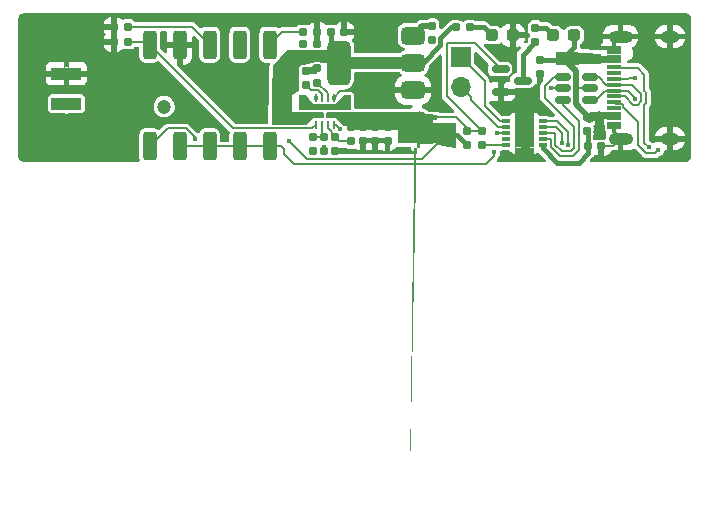
<source format=gbr>
%TF.GenerationSoftware,KiCad,Pcbnew,9.0.0*%
%TF.CreationDate,2025-04-21T19:14:20+02:00*%
%TF.ProjectId,HUSB238_3.3V_Version,48555342-3233-4385-9f33-2e33565f5665,rev?*%
%TF.SameCoordinates,Original*%
%TF.FileFunction,Copper,L1,Top*%
%TF.FilePolarity,Positive*%
%FSLAX46Y46*%
G04 Gerber Fmt 4.6, Leading zero omitted, Abs format (unit mm)*
G04 Created by KiCad (PCBNEW 9.0.0) date 2025-04-21 19:14:20*
%MOMM*%
%LPD*%
G01*
G04 APERTURE LIST*
G04 Aperture macros list*
%AMRoundRect*
0 Rectangle with rounded corners*
0 $1 Rounding radius*
0 $2 $3 $4 $5 $6 $7 $8 $9 X,Y pos of 4 corners*
0 Add a 4 corners polygon primitive as box body*
4,1,4,$2,$3,$4,$5,$6,$7,$8,$9,$2,$3,0*
0 Add four circle primitives for the rounded corners*
1,1,$1+$1,$2,$3*
1,1,$1+$1,$4,$5*
1,1,$1+$1,$6,$7*
1,1,$1+$1,$8,$9*
0 Add four rect primitives between the rounded corners*
20,1,$1+$1,$2,$3,$4,$5,0*
20,1,$1+$1,$4,$5,$6,$7,0*
20,1,$1+$1,$6,$7,$8,$9,0*
20,1,$1+$1,$8,$9,$2,$3,0*%
%AMFreePoly0*
4,1,61,0.218536,1.608536,0.220000,1.605000,0.220000,1.230000,1.350000,1.230000,1.353536,1.228536,1.355000,1.225000,1.355000,1.180000,1.650000,1.180000,1.653536,1.178536,1.655000,1.175000,1.655000,0.775000,1.653536,0.771464,1.650000,0.770000,1.355000,0.770000,1.355000,0.530000,1.650000,0.530000,1.653536,0.528536,1.655000,0.525000,1.655000,0.125000,1.653536,0.121464,
1.650000,0.120000,1.355000,0.120000,1.355000,-0.120000,1.650000,-0.120000,1.653536,-0.121464,1.655000,-0.125000,1.655000,-0.525000,1.653536,-0.528536,1.650000,-0.530000,1.355000,-0.530000,1.355000,-0.770000,1.650000,-0.770000,1.653536,-0.771464,1.655000,-0.775000,1.655000,-1.175000,1.653536,-1.178536,1.650000,-1.180000,1.355000,-1.180000,1.355000,-1.225000,1.353536,-1.228536,
1.350000,-1.230000,0.220000,-1.230000,0.220000,-1.605000,0.218536,-1.608536,0.215000,-1.610000,-0.215000,-1.610000,-0.218536,-1.608536,-0.220000,-1.605000,-0.220000,-1.230000,-0.630000,-1.230000,-0.633536,-1.228536,-0.635000,-1.225000,-0.635000,1.225000,-0.633536,1.228536,-0.630000,1.230000,-0.220000,1.230000,-0.220000,1.605000,-0.218536,1.608536,-0.215000,1.610000,0.215000,1.610000,
0.218536,1.608536,0.218536,1.608536,$1*%
G04 Aperture macros list end*
%TA.AperFunction,SMDPad,CuDef*%
%ADD10RoundRect,0.155000X0.155000X-0.212500X0.155000X0.212500X-0.155000X0.212500X-0.155000X-0.212500X0*%
%TD*%
%TA.AperFunction,SMDPad,CuDef*%
%ADD11R,0.650000X0.300000*%
%TD*%
%TA.AperFunction,SMDPad,CuDef*%
%ADD12R,1.550000X2.480000*%
%TD*%
%TA.AperFunction,SMDPad,CuDef*%
%ADD13RoundRect,0.160000X0.197500X0.160000X-0.197500X0.160000X-0.197500X-0.160000X0.197500X-0.160000X0*%
%TD*%
%TA.AperFunction,SMDPad,CuDef*%
%ADD14RoundRect,0.160000X0.160000X-0.197500X0.160000X0.197500X-0.160000X0.197500X-0.160000X-0.197500X0*%
%TD*%
%TA.AperFunction,SMDPad,CuDef*%
%ADD15RoundRect,0.150000X-0.512500X-0.150000X0.512500X-0.150000X0.512500X0.150000X-0.512500X0.150000X0*%
%TD*%
%TA.AperFunction,SMDPad,CuDef*%
%ADD16RoundRect,0.155000X-0.155000X0.212500X-0.155000X-0.212500X0.155000X-0.212500X0.155000X0.212500X0*%
%TD*%
%TA.AperFunction,SMDPad,CuDef*%
%ADD17RoundRect,0.160000X-0.160000X0.197500X-0.160000X-0.197500X0.160000X-0.197500X0.160000X0.197500X0*%
%TD*%
%TA.AperFunction,SMDPad,CuDef*%
%ADD18RoundRect,0.150000X-0.587500X-0.150000X0.587500X-0.150000X0.587500X0.150000X-0.587500X0.150000X0*%
%TD*%
%TA.AperFunction,SMDPad,CuDef*%
%ADD19R,1.150000X0.300000*%
%TD*%
%TA.AperFunction,HeatsinkPad*%
%ADD20O,2.100000X1.000000*%
%TD*%
%TA.AperFunction,HeatsinkPad*%
%ADD21O,1.600000X1.000000*%
%TD*%
%TA.AperFunction,SMDPad,CuDef*%
%ADD22RoundRect,0.237500X0.287500X0.237500X-0.287500X0.237500X-0.287500X-0.237500X0.287500X-0.237500X0*%
%TD*%
%TA.AperFunction,SMDPad,CuDef*%
%ADD23RoundRect,0.160000X-0.197500X-0.160000X0.197500X-0.160000X0.197500X0.160000X-0.197500X0.160000X0*%
%TD*%
%TA.AperFunction,SMDPad,CuDef*%
%ADD24RoundRect,0.100000X-0.425000X-0.100000X0.425000X-0.100000X0.425000X0.100000X-0.425000X0.100000X0*%
%TD*%
%TA.AperFunction,ComponentPad*%
%ADD25C,0.300000*%
%TD*%
%TA.AperFunction,SMDPad,CuDef*%
%ADD26RoundRect,0.050000X-0.050000X-0.250000X0.050000X-0.250000X0.050000X0.250000X-0.050000X0.250000X0*%
%TD*%
%TA.AperFunction,SMDPad,CuDef*%
%ADD27RoundRect,0.155000X-0.212500X-0.155000X0.212500X-0.155000X0.212500X0.155000X-0.212500X0.155000X0*%
%TD*%
%TA.AperFunction,SMDPad,CuDef*%
%ADD28RoundRect,0.375000X0.625000X0.375000X-0.625000X0.375000X-0.625000X-0.375000X0.625000X-0.375000X0*%
%TD*%
%TA.AperFunction,SMDPad,CuDef*%
%ADD29RoundRect,0.500000X0.500000X1.400000X-0.500000X1.400000X-0.500000X-1.400000X0.500000X-1.400000X0*%
%TD*%
%TA.AperFunction,SMDPad,CuDef*%
%ADD30RoundRect,0.237500X-0.287500X-0.237500X0.287500X-0.237500X0.287500X0.237500X-0.287500X0.237500X0*%
%TD*%
%TA.AperFunction,SMDPad,CuDef*%
%ADD31RoundRect,0.250000X0.310000X-0.970000X0.310000X0.970000X-0.310000X0.970000X-0.310000X-0.970000X0*%
%TD*%
%TA.AperFunction,SMDPad,CuDef*%
%ADD32RoundRect,0.155000X0.212500X0.155000X-0.212500X0.155000X-0.212500X-0.155000X0.212500X-0.155000X0*%
%TD*%
%TA.AperFunction,SMDPad,CuDef*%
%ADD33R,0.500000X0.350000*%
%TD*%
%TA.AperFunction,SMDPad,CuDef*%
%ADD34FreePoly0,180.000000*%
%TD*%
%TA.AperFunction,ComponentPad*%
%ADD35R,2.500000X1.000000*%
%TD*%
%TA.AperFunction,ComponentPad*%
%ADD36R,1.700000X1.700000*%
%TD*%
%TA.AperFunction,ComponentPad*%
%ADD37O,1.700000X1.700000*%
%TD*%
%TA.AperFunction,ViaPad*%
%ADD38C,0.400000*%
%TD*%
%TA.AperFunction,ViaPad*%
%ADD39C,0.600000*%
%TD*%
%TA.AperFunction,ViaPad*%
%ADD40C,0.700000*%
%TD*%
%TA.AperFunction,ViaPad*%
%ADD41C,1.200000*%
%TD*%
%TA.AperFunction,ViaPad*%
%ADD42C,1.000000*%
%TD*%
%TA.AperFunction,ViaPad*%
%ADD43C,0.800000*%
%TD*%
%TA.AperFunction,Conductor*%
%ADD44C,0.350000*%
%TD*%
%TA.AperFunction,Conductor*%
%ADD45C,0.800000*%
%TD*%
%TA.AperFunction,Conductor*%
%ADD46C,0.200000*%
%TD*%
%TA.AperFunction,Conductor*%
%ADD47C,0.400000*%
%TD*%
%TA.AperFunction,Conductor*%
%ADD48C,1.000000*%
%TD*%
%TA.AperFunction,Conductor*%
%ADD49C,0.500000*%
%TD*%
G04 APERTURE END LIST*
D10*
%TO.P,C5,1*%
%TO.N,GND*%
X136780750Y-117490000D03*
%TO.P,C5,2*%
%TO.N,VDD*%
X136780750Y-116355000D03*
%TD*%
D11*
%TO.P,U3,1,VIN*%
%TO.N,Net-(U3-VIN)*%
X149943250Y-117877500D03*
%TO.P,U3,2,D+*%
%TO.N,/USB_P*%
X149943250Y-117377500D03*
%TO.P,U3,3,D-*%
%TO.N,/USB_M*%
X149943250Y-116877500D03*
%TO.P,U3,4,CC1*%
%TO.N,Net-(J9-CC1)*%
X149943250Y-116377500D03*
%TO.P,U3,5,CC2*%
%TO.N,Net-(J9-CC2)*%
X149943250Y-115877500D03*
%TO.P,U3,6,SDA*%
%TO.N,SDA 1*%
X146843250Y-115877500D03*
%TO.P,U3,7,SCL*%
%TO.N,SCL 1*%
X146843250Y-116377500D03*
%TO.P,U3,8,VSET*%
%TO.N,Net-(U3-VSET)*%
X146843250Y-116877500D03*
%TO.P,U3,9,ISET*%
%TO.N,unconnected-(U3-ISET-Pad9)*%
X146843250Y-117377500D03*
%TO.P,U3,10,Gate*%
%TO.N,Net-(U3-Gate)*%
X146843250Y-117877500D03*
D12*
%TO.P,U3,11,GND*%
%TO.N,GND*%
X148393250Y-116877500D03*
%TD*%
D10*
%TO.P,C4,1*%
%TO.N,GND*%
X134725000Y-117487500D03*
%TO.P,C4,2*%
%TO.N,VDD*%
X134725000Y-116352500D03*
%TD*%
D13*
%TO.P,R25,1*%
%TO.N,Net-(D8-A)*%
X143733250Y-107905000D03*
%TO.P,R25,2*%
%TO.N,+3.3V*%
X142538250Y-107905000D03*
%TD*%
D14*
%TO.P,R28,1*%
%TO.N,GND*%
X130470000Y-118395000D03*
%TO.P,R28,2*%
%TO.N,Net-(U1-OV2)*%
X130470000Y-117200000D03*
%TD*%
%TO.P,R12,1*%
%TO.N,Net-(U3-VIN)*%
X153710000Y-116657500D03*
%TO.P,R12,2*%
%TO.N,/VBUS*%
X153710000Y-115462500D03*
%TD*%
D15*
%TO.P,U4,1,I/O1*%
%TO.N,/USB_M*%
X151630750Y-112125000D03*
%TO.P,U4,2,GND*%
%TO.N,GND*%
X151630750Y-113075000D03*
%TO.P,U4,3,I/O2*%
%TO.N,/USB_P*%
X151630750Y-114025000D03*
%TO.P,U4,4,I/O2*%
%TO.N,Net-(J9-D+-PadA6)*%
X153905750Y-114025000D03*
%TO.P,U4,5,VBUS*%
%TO.N,/VBUS*%
X153905750Y-113075000D03*
%TO.P,U4,6,I/O1*%
%TO.N,Net-(J9-D--PadA7)*%
X153905750Y-112125000D03*
%TD*%
D16*
%TO.P,C12,1*%
%TO.N,GND*%
X129840000Y-111630000D03*
%TO.P,C12,2*%
%TO.N,Net-(U1-SS)*%
X129840000Y-112765000D03*
%TD*%
D17*
%TO.P,R27,1*%
%TO.N,Net-(U1-OV2)*%
X131420000Y-117200000D03*
%TO.P,R27,2*%
%TO.N,+3.3V*%
X131420000Y-118395000D03*
%TD*%
D10*
%TO.P,C10,1*%
%TO.N,GND*%
X149680000Y-111835000D03*
%TO.P,C10,2*%
%TO.N,/VBUS*%
X149680000Y-110700000D03*
%TD*%
D14*
%TO.P,R13,1*%
%TO.N,Net-(U3-Gate)*%
X144743250Y-117872500D03*
%TO.P,R13,2*%
%TO.N,Net-(Q9-G)*%
X144743250Y-116677500D03*
%TD*%
D18*
%TO.P,Q9,1,G*%
%TO.N,Net-(Q9-G)*%
X146355000Y-111460000D03*
%TO.P,Q9,2,S*%
%TO.N,GND*%
X146355000Y-113360000D03*
%TO.P,Q9,3,D*%
%TO.N,Net-(Q9-D)*%
X148230000Y-112410000D03*
%TD*%
D19*
%TO.P,J9,A1,GND*%
%TO.N,GND*%
X155940750Y-116355000D03*
%TO.P,J9,A4,VBUS*%
%TO.N,/VBUS*%
X155940750Y-115555000D03*
%TO.P,J9,A5,CC1*%
%TO.N,Net-(J9-CC1)*%
X155940750Y-114255000D03*
%TO.P,J9,A6,D+*%
%TO.N,Net-(J9-D+-PadA6)*%
X155940750Y-113255000D03*
%TO.P,J9,A7,D-*%
%TO.N,Net-(J9-D--PadA7)*%
X155940750Y-112755000D03*
%TO.P,J9,A8*%
%TO.N,N/C*%
X155940750Y-111755000D03*
%TO.P,J9,A9,VBUS*%
%TO.N,/VBUS*%
X155940750Y-110455000D03*
%TO.P,J9,A12,GND*%
%TO.N,GND*%
X155940750Y-109655000D03*
%TO.P,J9,B1,GND*%
X155940750Y-109955000D03*
%TO.P,J9,B4,VBUS*%
%TO.N,/VBUS*%
X155940750Y-110755000D03*
%TO.P,J9,B5,CC2*%
%TO.N,Net-(J9-CC2)*%
X155940750Y-111255000D03*
%TO.P,J9,B6,D+*%
%TO.N,Net-(J9-D+-PadA6)*%
X155940750Y-112255000D03*
%TO.P,J9,B7,D-*%
%TO.N,Net-(J9-D--PadA7)*%
X155940750Y-113755000D03*
%TO.P,J9,B8*%
%TO.N,N/C*%
X155940750Y-114755000D03*
%TO.P,J9,B9,VBUS*%
%TO.N,/VBUS*%
X155940750Y-115255000D03*
%TO.P,J9,B12,GND*%
%TO.N,GND*%
X155940750Y-116055000D03*
D20*
%TO.P,J9,S1,SHIELD*%
X156505750Y-117325000D03*
D21*
X160685750Y-117325000D03*
D20*
X156505750Y-108685000D03*
D21*
X160685750Y-108685000D03*
%TD*%
D13*
%TO.P,R18,1*%
%TO.N,GND*%
X130847500Y-108300000D03*
%TO.P,R18,2*%
%TO.N,Net-(R18-Pad2)*%
X129652500Y-108300000D03*
%TD*%
D14*
%TO.P,R29,1*%
%TO.N,Net-(U1-OV1)*%
X133675000Y-117520000D03*
%TO.P,R29,2*%
%TO.N,VDD*%
X133675000Y-116325000D03*
%TD*%
D22*
%TO.P,D8,1,K*%
%TO.N,GND*%
X147380750Y-108575000D03*
%TO.P,D8,2,A*%
%TO.N,Net-(D8-A)*%
X145630750Y-108575000D03*
%TD*%
D17*
%TO.P,R14,1*%
%TO.N,Net-(Q9-G)*%
X143543250Y-116677500D03*
%TO.P,R14,2*%
%TO.N,/VBUS*%
X143543250Y-117872500D03*
%TD*%
%TO.P,R22,1*%
%TO.N,Net-(D7-K)*%
X149305750Y-107975000D03*
%TO.P,R22,2*%
%TO.N,Net-(Q9-D)*%
X149305750Y-109170000D03*
%TD*%
D23*
%TO.P,R16,1*%
%TO.N,GND*%
X113602500Y-107850000D03*
%TO.P,R16,2*%
%TO.N,Net-(R16-Pad2)*%
X114797500Y-107850000D03*
%TD*%
D10*
%TO.P,C6,1*%
%TO.N,GND*%
X135750000Y-117490000D03*
%TO.P,C6,2*%
%TO.N,VDD*%
X135750000Y-116355000D03*
%TD*%
D24*
%TO.P,U1,1,OUT*%
%TO.N,VCC*%
X130785000Y-114650000D03*
D25*
X131060000Y-114650000D03*
D24*
%TO.P,U1,2,IN2*%
%TO.N,+3.3V*%
X130785000Y-115350000D03*
D25*
X131060000Y-115350000D03*
D26*
%TO.P,U1,3,CP2*%
%TO.N,/SET*%
X130710000Y-116150000D03*
%TO.P,U1,4,OV2*%
%TO.N,Net-(U1-OV2)*%
X131210000Y-116150000D03*
%TO.P,U1,5,OV1*%
%TO.N,Net-(U1-OV1)*%
X131710000Y-116150000D03*
%TO.P,U1,6,PR1*%
%TO.N,+3.3V*%
X132210000Y-116150000D03*
D25*
%TO.P,U1,7,IN1*%
%TO.N,VDD*%
X131860000Y-115350000D03*
D24*
X132135000Y-115350000D03*
D25*
%TO.P,U1,8,OUT*%
%TO.N,VCC*%
X131860000Y-114650000D03*
D24*
X132135000Y-114650000D03*
D26*
%TO.P,U1,9,ST*%
%TO.N,GND*%
X132210000Y-113850000D03*
%TO.P,U1,10,ILIM*%
%TO.N,Net-(U1-ILIM)*%
X131710000Y-113850000D03*
%TO.P,U1,11,SS*%
%TO.N,Net-(U1-SS)*%
X131210000Y-113850000D03*
%TO.P,U1,12,GND*%
%TO.N,GND*%
X130710000Y-113850000D03*
%TD*%
D27*
%TO.P,C9,1*%
%TO.N,+3.3V*%
X131962500Y-108300000D03*
%TO.P,C9,2*%
%TO.N,GND*%
X133097500Y-108300000D03*
%TD*%
D28*
%TO.P,U2,1,GND*%
%TO.N,GND*%
X138950000Y-113210000D03*
%TO.P,U2,2,VO*%
%TO.N,+3.3V*%
X138950000Y-110910000D03*
D29*
X132650000Y-110910000D03*
D28*
%TO.P,U2,3,VI*%
%TO.N,VCC*%
X138950000Y-108610000D03*
%TD*%
D30*
%TO.P,D7,1,K*%
%TO.N,Net-(D7-K)*%
X150830750Y-108575000D03*
%TO.P,D7,2,A*%
%TO.N,/VBUS*%
X152580750Y-108575000D03*
%TD*%
D31*
%TO.P,SW1,1*%
%TO.N,/VBUS*%
X116635750Y-117975000D03*
%TO.P,SW1,2*%
%TO.N,Net-(U3-VSET)*%
X119175750Y-117975000D03*
%TO.P,SW1,3*%
X121715750Y-117975000D03*
%TO.P,SW1,4*%
X124255750Y-117975000D03*
%TO.P,SW1,5*%
X126795750Y-117975000D03*
%TO.P,SW1,6*%
%TO.N,Net-(R18-Pad2)*%
X126795750Y-109365000D03*
%TO.P,SW1,7*%
%TO.N,Net-(R15-Pad2)*%
X124255750Y-109365000D03*
%TO.P,SW1,8*%
%TO.N,Net-(R16-Pad2)*%
X121715750Y-109365000D03*
%TO.P,SW1,9*%
%TO.N,GND*%
X119175750Y-109365000D03*
%TO.P,SW1,10*%
%TO.N,/SET*%
X116635750Y-109365000D03*
%TD*%
D13*
%TO.P,R31,1*%
%TO.N,/SET*%
X114797500Y-109150000D03*
%TO.P,R31,2*%
%TO.N,GND*%
X113602500Y-109150000D03*
%TD*%
D32*
%TO.P,C3,1*%
%TO.N,GND*%
X154890000Y-117950000D03*
%TO.P,C3,2*%
%TO.N,Net-(U3-VIN)*%
X153755000Y-117950000D03*
%TD*%
D33*
%TO.P,Q2,1*%
%TO.N,/VBUS*%
X140705750Y-117475000D03*
%TO.P,Q2,2*%
X140705750Y-116825000D03*
%TO.P,Q2,3*%
X140705750Y-116175000D03*
%TO.P,Q2,4*%
%TO.N,Net-(Q9-G)*%
X140705750Y-115525000D03*
D34*
%TO.P,Q2,5_6_7_8*%
%TO.N,VDD*%
X139305750Y-116500000D03*
%TD*%
D16*
%TO.P,C11,1*%
%TO.N,VCC*%
X140550000Y-107825000D03*
%TO.P,C11,2*%
%TO.N,GND*%
X140550000Y-108960000D03*
%TD*%
D35*
%TO.P,J4,1,Pin_1*%
%TO.N,GND*%
X109600000Y-111820000D03*
%TO.P,J4,2,Pin_2*%
%TO.N,VCC*%
X109600000Y-114360000D03*
%TD*%
D14*
%TO.P,R30,1*%
%TO.N,GND*%
X132360000Y-118395000D03*
%TO.P,R30,2*%
%TO.N,Net-(U1-OV1)*%
X132360000Y-117200000D03*
%TD*%
%TO.P,R26,1*%
%TO.N,Net-(U1-ILIM)*%
X130820000Y-112585000D03*
%TO.P,R26,2*%
%TO.N,GND*%
X130820000Y-111390000D03*
%TD*%
D36*
%TO.P,N21,1,Pin_1*%
%TO.N,SDA 1*%
X142975750Y-110425000D03*
D37*
%TO.P,N21,2,Pin_2*%
%TO.N,SCL 1*%
X142975750Y-112965000D03*
%TD*%
D13*
%TO.P,R15,1*%
%TO.N,GND*%
X130847500Y-109300000D03*
%TO.P,R15,2*%
%TO.N,Net-(R15-Pad2)*%
X129652500Y-109300000D03*
%TD*%
D38*
%TO.N,GND*%
X140550000Y-108960000D03*
D39*
X159920000Y-113060000D03*
D38*
X132360000Y-118395000D03*
X130710000Y-113850000D03*
X149680000Y-111835000D03*
X113602500Y-107850000D03*
X130470000Y-118395000D03*
X146355000Y-113360000D03*
X150630000Y-113060000D03*
X129840000Y-111630000D03*
D39*
X159050000Y-110520000D03*
D38*
X132210000Y-113850000D03*
D39*
X138880000Y-113210000D03*
X136200000Y-113950000D03*
X159710000Y-115600000D03*
X148393250Y-116877500D03*
D38*
X135750000Y-117490000D03*
D40*
%TO.N,VDD*%
X133150000Y-115600000D03*
%TO.N,+3.3V*%
X129700000Y-115700000D03*
D38*
X132752645Y-116489807D03*
X131420000Y-118030000D03*
D41*
%TO.N,/VBUS*%
X141802875Y-116972125D03*
D38*
X120440000Y-117340000D03*
X128450000Y-117525000D03*
D42*
X154717043Y-116783290D03*
X151620000Y-110490000D03*
D41*
%TO.N,VCC*%
X117875000Y-114625000D03*
D40*
X133150000Y-114300000D03*
X129700000Y-114300000D03*
D43*
X138950000Y-108610000D03*
D38*
%TO.N,Net-(J9-D+-PadA6)*%
X157720000Y-112159998D03*
X157770000Y-113960002D03*
%TO.N,Net-(J9-CC1)*%
X159700000Y-118290000D03*
X151540000Y-117673727D03*
%TO.N,Net-(J9-CC2)*%
X152100382Y-117888144D03*
X158900000Y-118060000D03*
%TO.N,Net-(R15-Pad2)*%
X124255750Y-109365000D03*
X129652500Y-109300000D03*
%TO.N,Net-(U3-VSET)*%
X146055750Y-116875000D03*
X145800000Y-118480000D03*
%TD*%
D44*
%TO.N,GND*%
X155940750Y-109250000D02*
X156505750Y-108685000D01*
D45*
X148393250Y-118337500D02*
X148393250Y-116877500D01*
D44*
X155940750Y-109655000D02*
X155940750Y-109929000D01*
X155940750Y-116355000D02*
X155940750Y-116081000D01*
D46*
X150630000Y-113060000D02*
X151615750Y-113060000D01*
X155880750Y-117950000D02*
X156505750Y-117325000D01*
X146355000Y-112839468D02*
X147393500Y-111800968D01*
X151615750Y-113060000D02*
X151630750Y-113075000D01*
D45*
X148393250Y-115447500D02*
X148395750Y-115445000D01*
X148393250Y-116877500D02*
X148393250Y-115447500D01*
D46*
X147393500Y-108587750D02*
X147380750Y-108575000D01*
X130820000Y-111390000D02*
X130080000Y-111390000D01*
X136200000Y-113950000D02*
X135000000Y-113950000D01*
X134350000Y-113300000D02*
X132760000Y-113300000D01*
X134725000Y-117487500D02*
X135747500Y-117487500D01*
X154890000Y-117950000D02*
X155880750Y-117950000D01*
D44*
X155940750Y-109655000D02*
X155940750Y-109250000D01*
D46*
X135000000Y-113950000D02*
X134350000Y-113300000D01*
X135747500Y-117487500D02*
X135750000Y-117490000D01*
X147393500Y-111800968D02*
X147393500Y-108587750D01*
D44*
X155940750Y-116760000D02*
X156505750Y-117325000D01*
D46*
X136780750Y-117490000D02*
X135750000Y-117490000D01*
D45*
X148393250Y-118337500D02*
X148385750Y-118345000D01*
D46*
X132760000Y-113300000D02*
X132210000Y-113850000D01*
D44*
X155940750Y-116355000D02*
X155940750Y-116760000D01*
D46*
X113602500Y-109150000D02*
X113602500Y-107850000D01*
X130080000Y-111390000D02*
X129840000Y-111630000D01*
X146355000Y-113360000D02*
X146355000Y-112839468D01*
D47*
%TO.N,Net-(U3-VIN)*%
X149943250Y-117877500D02*
X149943250Y-118163250D01*
X151150000Y-119370000D02*
X152960000Y-119370000D01*
X153755000Y-118575000D02*
X153755000Y-117950000D01*
X153755000Y-117950000D02*
X153755000Y-116702500D01*
X149943250Y-118163250D02*
X151150000Y-119370000D01*
X153755000Y-116702500D02*
X153710000Y-116657500D01*
X152960000Y-119370000D02*
X153755000Y-118575000D01*
%TO.N,+3.3V*%
X139758098Y-110910000D02*
X138950000Y-110910000D01*
D46*
X131420000Y-118030000D02*
X131420000Y-118395000D01*
D47*
X131962500Y-108300000D02*
X131962500Y-110222500D01*
D46*
X132412838Y-116150000D02*
X132752645Y-116489807D01*
D47*
X131962500Y-110222500D02*
X132650000Y-110910000D01*
D48*
X132650000Y-110910000D02*
X138950000Y-110910000D01*
D47*
X142180751Y-107905000D02*
X141261000Y-108824751D01*
D46*
X132210000Y-116150000D02*
X132412838Y-116150000D01*
D47*
X141261000Y-108824751D02*
X141261000Y-109407098D01*
X142538250Y-107905000D02*
X142180751Y-107905000D01*
X141261000Y-109407098D02*
X139758098Y-110910000D01*
D46*
%TO.N,/VBUS*%
X118156750Y-116454000D02*
X116635750Y-117975000D01*
D47*
X140705750Y-117475000D02*
X141405750Y-117475000D01*
X140705750Y-116175000D02*
X141005750Y-116175000D01*
X149680000Y-110700000D02*
X151410000Y-110700000D01*
D46*
X153710000Y-115462500D02*
X153772500Y-115462500D01*
X152759250Y-113075000D02*
X152744250Y-113090000D01*
X120440000Y-117340000D02*
X120440000Y-117173090D01*
X130079500Y-119053500D02*
X139721500Y-119053500D01*
D47*
X141655750Y-116825000D02*
X141855750Y-117025000D01*
D46*
X153772500Y-115462500D02*
X153865000Y-115555000D01*
D45*
X154717043Y-115412957D02*
X154720000Y-115410000D01*
D49*
X151620000Y-110490000D02*
X152744250Y-111614250D01*
D45*
X154007043Y-115412957D02*
X153865000Y-115555000D01*
D46*
X120440000Y-117173090D02*
X119720910Y-116454000D01*
D45*
X154717043Y-116783290D02*
X154717043Y-115412957D01*
D47*
X151410000Y-110700000D02*
X151620000Y-110490000D01*
D46*
X139721500Y-119053500D02*
X141802875Y-116972125D01*
X130079500Y-119053500D02*
X129978500Y-119053500D01*
D47*
X142695750Y-117025000D02*
X143543250Y-117872500D01*
D46*
X153905750Y-113075000D02*
X152759250Y-113075000D01*
D49*
X152744250Y-111614250D02*
X152744250Y-113090000D01*
D47*
X140705750Y-116825000D02*
X141655750Y-116825000D01*
D46*
X119720910Y-116454000D02*
X118156750Y-116454000D01*
D47*
X141855750Y-117025000D02*
X142695750Y-117025000D01*
X141802875Y-116972125D02*
X141855750Y-117025000D01*
X152580750Y-108575000D02*
X152580750Y-109529250D01*
D45*
X154717043Y-115412957D02*
X154007043Y-115412957D01*
D49*
X152744250Y-113090000D02*
X152744250Y-114434250D01*
D46*
X129978500Y-119053500D02*
X128450000Y-117525000D01*
D49*
X152744250Y-114434250D02*
X153865000Y-115555000D01*
D47*
X141005750Y-116175000D02*
X141802875Y-116972125D01*
X152580750Y-109529250D02*
X151620000Y-110490000D01*
X141405750Y-117475000D02*
X141855750Y-117025000D01*
D49*
%TO.N,VCC*%
X138950000Y-108610000D02*
X139735000Y-107825000D01*
X139735000Y-107825000D02*
X140550000Y-107825000D01*
D46*
%TO.N,Net-(U1-SS)*%
X130902500Y-113243500D02*
X131210000Y-113551000D01*
X129840000Y-112765000D02*
X130318500Y-113243500D01*
X131210000Y-113551000D02*
X131210000Y-113850000D01*
X130318500Y-113243500D02*
X130902500Y-113243500D01*
D47*
%TO.N,Net-(D7-K)*%
X149305750Y-107975000D02*
X150230750Y-107975000D01*
X150230750Y-107975000D02*
X150830750Y-108575000D01*
%TO.N,Net-(D8-A)*%
X144960750Y-107905000D02*
X145630750Y-108575000D01*
X143733250Y-107905000D02*
X144960750Y-107905000D01*
D46*
%TO.N,Net-(J9-D--PadA7)*%
X155940750Y-112755000D02*
X157454271Y-112755000D01*
X154645000Y-112125000D02*
X155275000Y-112755000D01*
X157562479Y-114461002D02*
X157977521Y-114461002D01*
X153905750Y-112125000D02*
X154645000Y-112125000D01*
X155275000Y-112755000D02*
X155940750Y-112755000D01*
X156856477Y-113755000D02*
X157562479Y-114461002D01*
X155940750Y-113755000D02*
X156856477Y-113755000D01*
X158271000Y-114167523D02*
X158271000Y-113571729D01*
X158271000Y-113571729D02*
X157454271Y-112755000D01*
X157977521Y-114461002D02*
X158271000Y-114167523D01*
%TO.N,Net-(J9-D+-PadA6)*%
X157720000Y-112159998D02*
X157270002Y-112159998D01*
X157770000Y-113960002D02*
X157770000Y-113920000D01*
X157270002Y-112159998D02*
X157175000Y-112255000D01*
X154455375Y-114025000D02*
X155225375Y-113255000D01*
X157105000Y-113255000D02*
X155940750Y-113255000D01*
X153905750Y-114025000D02*
X154455375Y-114025000D01*
X157175000Y-112255000D02*
X155940750Y-112255000D01*
X157770000Y-113920000D02*
X157105000Y-113255000D01*
X155225375Y-113255000D02*
X155940750Y-113255000D01*
%TO.N,Net-(J9-CC1)*%
X155940750Y-114255000D02*
X156089750Y-114404000D01*
X156089750Y-114404000D02*
X156716750Y-114404000D01*
X158671000Y-118561000D02*
X159429000Y-118561000D01*
X156716750Y-114626750D02*
X157980000Y-115890000D01*
X157980000Y-115890000D02*
X157980000Y-117870000D01*
X159429000Y-118561000D02*
X159700000Y-118290000D01*
X157980000Y-117870000D02*
X158671000Y-118561000D01*
X151530000Y-117663727D02*
X151540000Y-117673727D01*
X156716750Y-114404000D02*
X156716750Y-114626750D01*
X151530000Y-116830000D02*
X151077500Y-116377500D01*
X151530000Y-116830000D02*
X151530000Y-117663727D01*
X151077500Y-116377500D02*
X149943250Y-116377500D01*
%TO.N,Net-(J9-CC2)*%
X152040000Y-116770000D02*
X151147500Y-115877500D01*
X158672000Y-114001423D02*
X158672000Y-114333623D01*
X155940750Y-111255000D02*
X156010750Y-111325000D01*
X158530000Y-111900000D02*
X158530000Y-113263629D01*
X152040000Y-117785620D02*
X152040000Y-116770000D01*
X158530000Y-114475623D02*
X158530000Y-117690000D01*
X158672000Y-114333623D02*
X158530000Y-114475623D01*
X152100382Y-117888144D02*
X152100382Y-117846002D01*
X158672000Y-113737829D02*
X158672000Y-114001423D01*
X158672000Y-113405629D02*
X158672000Y-113737829D01*
X156010750Y-111325000D02*
X157955000Y-111325000D01*
X158530000Y-113263629D02*
X158672000Y-113405629D01*
X151147500Y-115877500D02*
X149943250Y-115877500D01*
X152100382Y-117846002D02*
X152040000Y-117785620D01*
X157955000Y-111325000D02*
X158530000Y-111900000D01*
X158530000Y-117690000D02*
X158900000Y-118060000D01*
%TO.N,SDA 1*%
X146843250Y-115877500D02*
X146308250Y-115877500D01*
X144994250Y-112443500D02*
X142975750Y-110425000D01*
X146308250Y-115877500D02*
X144994250Y-114563500D01*
X144994250Y-114563500D02*
X144994250Y-112443500D01*
%TO.N,SCL 1*%
X146143250Y-116377500D02*
X143843250Y-114077500D01*
X143843250Y-114077500D02*
X143843250Y-113832500D01*
X146843250Y-116377500D02*
X146143250Y-116377500D01*
X143843250Y-113832500D02*
X142975750Y-112965000D01*
D47*
%TO.N,Net-(Q9-D)*%
X148230000Y-110245750D02*
X148230000Y-112410000D01*
X149305750Y-109170000D02*
X148230000Y-110245750D01*
D46*
%TO.N,Net-(Q9-G)*%
X144145000Y-109250000D02*
X146355000Y-111460000D01*
X143543250Y-116462500D02*
X142605750Y-115525000D01*
X144743250Y-116677500D02*
X141775000Y-113709250D01*
X144743250Y-116677500D02*
X143543250Y-116677500D01*
X141848750Y-109250000D02*
X144145000Y-109250000D01*
X141775000Y-113709250D02*
X141775000Y-109323750D01*
X143543250Y-116677500D02*
X143543250Y-116462500D01*
X141775000Y-109323750D02*
X141848750Y-109250000D01*
X142605750Y-115525000D02*
X140705750Y-115525000D01*
%TO.N,Net-(U3-Gate)*%
X144748250Y-117877500D02*
X144743250Y-117872500D01*
X146843250Y-117877500D02*
X144748250Y-117877500D01*
%TO.N,Net-(R16-Pad2)*%
X120194750Y-107844000D02*
X114803500Y-107844000D01*
X114803500Y-107844000D02*
X114797500Y-107850000D01*
X121715750Y-109365000D02*
X120194750Y-107844000D01*
%TO.N,Net-(R18-Pad2)*%
X129652500Y-108300000D02*
X127860750Y-108300000D01*
X127860750Y-108300000D02*
X126795750Y-109365000D01*
%TO.N,Net-(U1-ILIM)*%
X130820000Y-112585000D02*
X131710000Y-113475000D01*
X131710000Y-113475000D02*
X131710000Y-113850000D01*
%TO.N,Net-(U1-OV2)*%
X130470000Y-117200000D02*
X131420000Y-117200000D01*
X131210000Y-116990000D02*
X131210000Y-116150000D01*
X131420000Y-117200000D02*
X131210000Y-116990000D01*
%TO.N,Net-(U1-OV1)*%
X131710000Y-116150000D02*
X131710000Y-116450000D01*
X132680000Y-117520000D02*
X132360000Y-117200000D01*
X133675000Y-117520000D02*
X132680000Y-117520000D01*
X132360000Y-117100000D02*
X132360000Y-117200000D01*
X131710000Y-116450000D02*
X132360000Y-117100000D01*
%TO.N,/SET*%
X130406000Y-116454000D02*
X130710000Y-116150000D01*
X123724750Y-116454000D02*
X130406000Y-116454000D01*
X116635750Y-109365000D02*
X123724750Y-116454000D01*
X116420750Y-109150000D02*
X116635750Y-109365000D01*
X114797500Y-109150000D02*
X116420750Y-109150000D01*
%TO.N,Net-(U3-VSET)*%
X146055750Y-116875000D02*
X146840750Y-116875000D01*
X128050000Y-118225000D02*
X128050000Y-118625000D01*
X146840750Y-116875000D02*
X146843250Y-116877500D01*
X128900000Y-119475000D02*
X145085440Y-119475000D01*
X127800000Y-117975000D02*
X128050000Y-118225000D01*
X145800000Y-118480000D02*
X145800000Y-118763095D01*
X128050000Y-118625000D02*
X128900000Y-119475000D01*
X119175750Y-117975000D02*
X127800000Y-117975000D01*
X145800000Y-118763095D02*
X145088095Y-119475000D01*
%TO.N,/USB_P*%
X153002382Y-118261765D02*
X153002382Y-115847861D01*
X150589000Y-117998348D02*
X151380796Y-118790144D01*
X150589000Y-117446250D02*
X150589000Y-117998348D01*
X153002382Y-115847861D02*
X151630750Y-114476229D01*
X152474003Y-118790144D02*
X153002382Y-118261765D01*
X151630750Y-114476229D02*
X151630750Y-114025000D01*
X151380796Y-118790144D02*
X152474003Y-118790144D01*
X150520250Y-117377500D02*
X150589000Y-117446250D01*
X149943250Y-117377500D02*
X150520250Y-117377500D01*
%TO.N,/USB_M*%
X150130000Y-113899250D02*
X150130000Y-112851479D01*
X150937500Y-116877500D02*
X150990000Y-116930000D01*
X151546896Y-118389144D02*
X152307903Y-118389144D01*
X150990000Y-117832248D02*
X151546896Y-118389144D01*
X152601382Y-116370632D02*
X150130000Y-113899250D01*
X152307903Y-118389144D02*
X152601382Y-118095665D01*
X150130000Y-112851479D02*
X150856479Y-112125000D01*
X152601382Y-118095665D02*
X152601382Y-116370632D01*
X149943250Y-116877500D02*
X150937500Y-116877500D01*
X150990000Y-116930000D02*
X150990000Y-117832248D01*
X150856479Y-112125000D02*
X151630750Y-112125000D01*
%TD*%
%TA.AperFunction,Conductor*%
%TO.N,/VBUS*%
G36*
X152284228Y-109970288D02*
G01*
X154750208Y-110138827D01*
X154815746Y-110163035D01*
X154857794Y-110218836D01*
X154865750Y-110262537D01*
X154865750Y-110305000D01*
X155816750Y-110305000D01*
X155883789Y-110324685D01*
X155929544Y-110377489D01*
X155940750Y-110429000D01*
X155940750Y-110781000D01*
X155921065Y-110848039D01*
X155868261Y-110893794D01*
X155816750Y-110905000D01*
X154865750Y-110905000D01*
X154865750Y-110922441D01*
X154846065Y-110989480D01*
X154793261Y-111035235D01*
X154743197Y-111046433D01*
X151136572Y-111088522D01*
X151069307Y-111069621D01*
X151022939Y-111017354D01*
X151011130Y-110963423D01*
X151018903Y-110092893D01*
X151039185Y-110026032D01*
X151092396Y-109980750D01*
X151142898Y-109970000D01*
X152275774Y-109970000D01*
X152284228Y-109970288D01*
G37*
%TD.AperFunction*%
%TD*%
%TA.AperFunction,Conductor*%
%TO.N,/VBUS*%
G36*
X142548789Y-115994685D02*
G01*
X142594544Y-116047489D01*
X142605750Y-116099000D01*
X142605750Y-118020419D01*
X142586065Y-118087458D01*
X142533261Y-118133213D01*
X142464103Y-118143157D01*
X142454851Y-118141466D01*
X141046712Y-117828547D01*
X140985539Y-117794789D01*
X140952328Y-117733316D01*
X140955750Y-117688300D01*
X140955750Y-117300000D01*
X140479750Y-117300000D01*
X140471064Y-117297449D01*
X140462103Y-117298738D01*
X140438062Y-117287759D01*
X140412711Y-117280315D01*
X140406783Y-117273474D01*
X140398547Y-117269713D01*
X140384257Y-117247478D01*
X140366956Y-117227511D01*
X140364668Y-117216996D01*
X140360773Y-117210935D01*
X140355750Y-117176000D01*
X140355750Y-117124000D01*
X140375435Y-117056961D01*
X140428239Y-117011206D01*
X140479750Y-117000000D01*
X140955750Y-117000000D01*
X140955750Y-116650000D01*
X140479750Y-116650000D01*
X140471064Y-116647449D01*
X140462103Y-116648738D01*
X140438062Y-116637759D01*
X140412711Y-116630315D01*
X140406783Y-116623474D01*
X140398547Y-116619713D01*
X140384257Y-116597478D01*
X140366956Y-116577511D01*
X140364668Y-116566996D01*
X140360773Y-116560935D01*
X140355750Y-116526000D01*
X140355750Y-116474000D01*
X140375435Y-116406961D01*
X140428239Y-116361206D01*
X140479750Y-116350000D01*
X140955750Y-116350000D01*
X140955750Y-116099000D01*
X140975435Y-116031961D01*
X141028239Y-115986206D01*
X141079750Y-115975000D01*
X142481750Y-115975000D01*
X142548789Y-115994685D01*
G37*
%TD.AperFunction*%
%TD*%
%TA.AperFunction,Conductor*%
%TO.N,GND*%
G36*
X147618250Y-118117500D02*
G01*
X149168250Y-118117500D01*
X149168250Y-115850000D01*
X149205750Y-115850000D01*
X149205750Y-118725000D01*
X147605750Y-118725000D01*
X147557833Y-115850000D01*
X147618250Y-115850000D01*
X147618250Y-118117500D01*
G37*
%TD.AperFunction*%
%TD*%
%TA.AperFunction,Conductor*%
%TO.N,GND*%
G36*
X149205750Y-115850000D02*
G01*
X149168250Y-115850000D01*
X149168250Y-115637500D01*
X147618250Y-115637500D01*
X147618250Y-115850000D01*
X147555750Y-115850000D01*
X147555750Y-115125000D01*
X149205750Y-115125000D01*
X149205750Y-115850000D01*
G37*
%TD.AperFunction*%
%TD*%
%TA.AperFunction,Conductor*%
%TO.N,+3.3V*%
G36*
X132560935Y-109098713D02*
G01*
X132599527Y-109156958D01*
X132605007Y-109190290D01*
X132646651Y-110772738D01*
X132628737Y-110840272D01*
X132577155Y-110887400D01*
X132522694Y-110900000D01*
X131231187Y-110900000D01*
X131176727Y-110887400D01*
X131084289Y-110842210D01*
X131084287Y-110842209D01*
X131084286Y-110842209D01*
X131014215Y-110832000D01*
X131014209Y-110832000D01*
X130625786Y-110832000D01*
X130576342Y-110839203D01*
X130555714Y-110842209D01*
X130555712Y-110842209D01*
X130555710Y-110842210D01*
X130555708Y-110842210D01*
X130463273Y-110887400D01*
X130408813Y-110900000D01*
X130400000Y-110900000D01*
X129684288Y-111059047D01*
X129670999Y-111062000D01*
X129651258Y-111062000D01*
X129582160Y-111072067D01*
X129545880Y-111089803D01*
X129531530Y-111092992D01*
X129531525Y-111092994D01*
X129500000Y-111100000D01*
X129483704Y-111116296D01*
X129482039Y-111117706D01*
X129385202Y-111214543D01*
X129383798Y-111216200D01*
X129300000Y-111300000D01*
X129300000Y-113183637D01*
X129280315Y-113250676D01*
X129244783Y-113286811D01*
X128700000Y-113649999D01*
X128700000Y-115100000D01*
X129260000Y-115100000D01*
X129260000Y-116153500D01*
X127126211Y-116153500D01*
X127059172Y-116133815D01*
X127013417Y-116081011D01*
X127002217Y-116028260D01*
X127030664Y-113183637D01*
X127049546Y-111295362D01*
X127069900Y-111228525D01*
X127079617Y-111215644D01*
X128262901Y-109843035D01*
X128321583Y-109805112D01*
X128356820Y-109800000D01*
X129300975Y-109800000D01*
X129340952Y-109809249D01*
X129341509Y-109807447D01*
X129350709Y-109810288D01*
X129350714Y-109810291D01*
X129420785Y-109820500D01*
X129884214Y-109820499D01*
X129954286Y-109810291D01*
X129954291Y-109810288D01*
X129963490Y-109807447D01*
X129964046Y-109809249D01*
X130004024Y-109800000D01*
X130495975Y-109800000D01*
X130535952Y-109809249D01*
X130536509Y-109807447D01*
X130545709Y-109810288D01*
X130545714Y-109810291D01*
X130615785Y-109820500D01*
X131079214Y-109820499D01*
X131149286Y-109810291D01*
X131149291Y-109810288D01*
X131158490Y-109807447D01*
X131159046Y-109809249D01*
X131199024Y-109800000D01*
X131650000Y-109800000D01*
X131650000Y-109528470D01*
X131669685Y-109461431D01*
X131720912Y-109416409D01*
X132427971Y-109081487D01*
X132496980Y-109070580D01*
X132560935Y-109098713D01*
G37*
%TD.AperFunction*%
%TD*%
%TA.AperFunction,Conductor*%
%TO.N,/VBUS*%
G36*
X154806627Y-115032775D02*
G01*
X154853460Y-115084626D01*
X154855852Y-115095102D01*
X154865750Y-115105000D01*
X155816750Y-115105000D01*
X155883789Y-115124685D01*
X155929544Y-115177489D01*
X155940750Y-115229000D01*
X155940750Y-115581000D01*
X155921065Y-115648039D01*
X155868261Y-115693794D01*
X155816750Y-115705000D01*
X154865750Y-115705000D01*
X154865750Y-115752844D01*
X154872151Y-115812372D01*
X154872153Y-115812379D01*
X154922395Y-115947086D01*
X154922399Y-115947093D01*
X155008559Y-116062187D01*
X155008562Y-116062190D01*
X155115561Y-116142290D01*
X155157432Y-116198223D01*
X155165250Y-116241556D01*
X155165250Y-116524752D01*
X155176881Y-116583229D01*
X155176882Y-116583230D01*
X155204459Y-116624500D01*
X155221198Y-116649552D01*
X155266225Y-116679639D01*
X155311030Y-116733249D01*
X155319747Y-116802514D01*
X155236836Y-117315774D01*
X155206713Y-117378817D01*
X155147288Y-117415565D01*
X155114423Y-117420000D01*
X154279500Y-117420000D01*
X154270814Y-117417449D01*
X154261853Y-117418738D01*
X154237812Y-117407759D01*
X154212461Y-117400315D01*
X154206533Y-117393474D01*
X154198297Y-117389713D01*
X154184007Y-117367478D01*
X154166706Y-117347511D01*
X154164418Y-117336996D01*
X154160523Y-117330935D01*
X154155500Y-117296000D01*
X154155500Y-117120505D01*
X154168100Y-117066044D01*
X154220290Y-116959288D01*
X154220289Y-116959288D01*
X154220291Y-116959286D01*
X154230500Y-116889215D01*
X154230499Y-116425786D01*
X154220291Y-116355714D01*
X154218694Y-116352449D01*
X154217969Y-116348200D01*
X154217447Y-116346510D01*
X154217668Y-116346441D01*
X154206933Y-116283578D01*
X154234273Y-116219280D01*
X154265947Y-116191866D01*
X154280023Y-116183357D01*
X154393357Y-116070023D01*
X154393360Y-116070019D01*
X154476273Y-115932863D01*
X154476275Y-115932859D01*
X154523956Y-115779843D01*
X154530000Y-115713337D01*
X154530000Y-115712500D01*
X153834000Y-115712500D01*
X153766961Y-115692815D01*
X153721206Y-115640011D01*
X153710000Y-115588500D01*
X153710000Y-115336500D01*
X153729685Y-115269461D01*
X153782489Y-115223706D01*
X153834000Y-115212500D01*
X154530000Y-115212500D01*
X154530000Y-115211663D01*
X154524542Y-115151601D01*
X154527135Y-115138469D01*
X154524958Y-115125263D01*
X154533772Y-115104859D01*
X154538079Y-115083055D01*
X154547359Y-115073410D01*
X154552668Y-115061123D01*
X154571113Y-115048724D01*
X154586525Y-115032709D01*
X154600824Y-115028754D01*
X154610656Y-115022146D01*
X154645471Y-115016406D01*
X154739199Y-115014475D01*
X154806627Y-115032775D01*
G37*
%TD.AperFunction*%
%TD*%
%TA.AperFunction,Conductor*%
%TO.N,VDD*%
G36*
X139882401Y-115109776D02*
G01*
X139928240Y-115162507D01*
X139939527Y-115214668D01*
X139930465Y-117607010D01*
X139910527Y-117673974D01*
X139857550Y-117719529D01*
X139807010Y-117730539D01*
X137774544Y-117739453D01*
X137707419Y-117720062D01*
X137661433Y-117667460D01*
X137650000Y-117615454D01*
X137650000Y-116620000D01*
X133484000Y-116620000D01*
X133416961Y-116600315D01*
X133371206Y-116547511D01*
X133360000Y-116496000D01*
X133360000Y-116250000D01*
X133660000Y-116250000D01*
X133660000Y-115100000D01*
X139815332Y-115090198D01*
X139882401Y-115109776D01*
G37*
%TD.AperFunction*%
%TA.AperFunction,Conductor*%
G36*
X133049222Y-116212791D02*
G01*
X133048438Y-116212148D01*
X132678180Y-115828821D01*
X132674362Y-115822936D01*
X133049222Y-116212791D01*
G37*
%TD.AperFunction*%
%TD*%
%TA.AperFunction,Conductor*%
%TO.N,VCC*%
G36*
X129309223Y-113644993D02*
G01*
X129861088Y-113649792D01*
X129895610Y-113664444D01*
X129899549Y-113668977D01*
X130460000Y-114400000D01*
X132459999Y-114400000D01*
X132460000Y-114400000D01*
X133070246Y-113668171D01*
X133103455Y-113650754D01*
X133108019Y-113650554D01*
X133611166Y-113652235D01*
X133645764Y-113666703D01*
X133660000Y-113701235D01*
X133660000Y-114845500D01*
X133645648Y-114880148D01*
X133611000Y-114894500D01*
X131689500Y-114894500D01*
X131668703Y-114896736D01*
X131645822Y-114899196D01*
X131644755Y-114899369D01*
X131636916Y-114900000D01*
X131343475Y-114900000D01*
X131333915Y-114899058D01*
X131311003Y-114894500D01*
X131311000Y-114894500D01*
X129309000Y-114894500D01*
X129274352Y-114880148D01*
X129260000Y-114845500D01*
X129260000Y-113693992D01*
X129274352Y-113659344D01*
X129309000Y-113644992D01*
X129309223Y-113644993D01*
G37*
%TD.AperFunction*%
%TD*%
%TA.AperFunction,Conductor*%
%TO.N,+3.3V*%
G36*
X131345648Y-115114352D02*
G01*
X131360000Y-115149000D01*
X131360000Y-115551000D01*
X131345648Y-115585648D01*
X131311000Y-115600000D01*
X130460000Y-115600000D01*
X129976022Y-116065362D01*
X129898586Y-116139821D01*
X129864624Y-116153500D01*
X129260000Y-116153500D01*
X129260000Y-115100000D01*
X131311000Y-115100000D01*
X131345648Y-115114352D01*
G37*
%TD.AperFunction*%
%TD*%
%TA.AperFunction,Conductor*%
%TO.N,VDD*%
G36*
X133660000Y-116250000D02*
G01*
X133137626Y-116250000D01*
X133070587Y-116230315D01*
X133049222Y-116212791D01*
X132674362Y-115822936D01*
X132460001Y-115600000D01*
X132460000Y-115600000D01*
X131689500Y-115600000D01*
X131622461Y-115580315D01*
X131576706Y-115527511D01*
X131565500Y-115476000D01*
X131565500Y-115224000D01*
X131585185Y-115156961D01*
X131637989Y-115111206D01*
X131689500Y-115100000D01*
X133659901Y-115100000D01*
X133660000Y-115100000D01*
X133660000Y-116250000D01*
G37*
%TD.AperFunction*%
%TD*%
%TA.AperFunction,Conductor*%
%TO.N,GND*%
G36*
X162006922Y-106708387D02*
G01*
X162022910Y-106710188D01*
X162097266Y-106718565D01*
X162124331Y-106724743D01*
X162203540Y-106752460D01*
X162228547Y-106764502D01*
X162299603Y-106809151D01*
X162321308Y-106826460D01*
X162380639Y-106885791D01*
X162397952Y-106907500D01*
X162442596Y-106978550D01*
X162454644Y-107003569D01*
X162482356Y-107082769D01*
X162488534Y-107109840D01*
X162498719Y-107200245D01*
X162499499Y-107214125D01*
X162499499Y-107244209D01*
X162499499Y-107272996D01*
X162499499Y-107272998D01*
X162499500Y-107282990D01*
X162499500Y-118719092D01*
X162499493Y-118719202D01*
X162499499Y-118785992D01*
X162498720Y-118799878D01*
X162488549Y-118890207D01*
X162482372Y-118917280D01*
X162454665Y-118996477D01*
X162442616Y-119021499D01*
X162397984Y-119092534D01*
X162380670Y-119114245D01*
X162321346Y-119173569D01*
X162299634Y-119190884D01*
X162228593Y-119235519D01*
X162203572Y-119247567D01*
X162124382Y-119275272D01*
X162097307Y-119281450D01*
X162006923Y-119291626D01*
X161993037Y-119292404D01*
X161926064Y-119292397D01*
X161925942Y-119292405D01*
X154044771Y-119292405D01*
X153977732Y-119272720D01*
X153931977Y-119219916D01*
X153922033Y-119150758D01*
X153951058Y-119087202D01*
X153957090Y-119080724D01*
X154049718Y-118988096D01*
X154155500Y-118882314D01*
X154221392Y-118768186D01*
X154221395Y-118768173D01*
X154223915Y-118762092D01*
X154267752Y-118707685D01*
X154334044Y-118685615D01*
X154401603Y-118702805D01*
X154415305Y-118710908D01*
X154574216Y-118757077D01*
X154574222Y-118757078D01*
X154611342Y-118759999D01*
X154611358Y-118760000D01*
X154640000Y-118760000D01*
X154640000Y-118074000D01*
X154659685Y-118006961D01*
X154712489Y-117961206D01*
X154764000Y-117950000D01*
X155016000Y-117950000D01*
X155083039Y-117969685D01*
X155128794Y-118022489D01*
X155140000Y-118074000D01*
X155140000Y-118760000D01*
X155168642Y-118760000D01*
X155168657Y-118759999D01*
X155205777Y-118757078D01*
X155205783Y-118757077D01*
X155364694Y-118710908D01*
X155364697Y-118710907D01*
X155507142Y-118626666D01*
X155507150Y-118626660D01*
X155624160Y-118509650D01*
X155624166Y-118509642D01*
X155701670Y-118378590D01*
X155752739Y-118330907D01*
X155821480Y-118318403D01*
X155832594Y-118320094D01*
X155857257Y-118325000D01*
X156255750Y-118325000D01*
X156255750Y-117625000D01*
X156755750Y-117625000D01*
X156755750Y-118325000D01*
X157154242Y-118325000D01*
X157154245Y-118324999D01*
X157347431Y-118286572D01*
X157347443Y-118286569D01*
X157529421Y-118211192D01*
X157529435Y-118211184D01*
X157579911Y-118177457D01*
X157646588Y-118156578D01*
X157713968Y-118175062D01*
X157736484Y-118192877D01*
X158042700Y-118499092D01*
X158350518Y-118806910D01*
X158350520Y-118806913D01*
X158425087Y-118881480D01*
X158463414Y-118903608D01*
X158516413Y-118934207D01*
X158618273Y-118961501D01*
X158618275Y-118961501D01*
X158731323Y-118961501D01*
X158731339Y-118961500D01*
X159481725Y-118961500D01*
X159481727Y-118961500D01*
X159583588Y-118934207D01*
X159674913Y-118881480D01*
X159742398Y-118813993D01*
X159797986Y-118781899D01*
X159849169Y-118768186D01*
X159893184Y-118756393D01*
X159893184Y-118756392D01*
X159893186Y-118756392D01*
X160007314Y-118690500D01*
X160100500Y-118597314D01*
X160166392Y-118483186D01*
X160184151Y-118416906D01*
X160220516Y-118357246D01*
X160283363Y-118326717D01*
X160303926Y-118325000D01*
X160435750Y-118325000D01*
X160435750Y-117625000D01*
X160935750Y-117625000D01*
X160935750Y-118325000D01*
X161084242Y-118325000D01*
X161084245Y-118324999D01*
X161277431Y-118286572D01*
X161277443Y-118286569D01*
X161459421Y-118211192D01*
X161459434Y-118211185D01*
X161623212Y-118101751D01*
X161623216Y-118101748D01*
X161762498Y-117962466D01*
X161762501Y-117962462D01*
X161871935Y-117798684D01*
X161871942Y-117798671D01*
X161947319Y-117616692D01*
X161947319Y-117616690D01*
X161955612Y-117575000D01*
X161152738Y-117575000D01*
X161169955Y-117565060D01*
X161225810Y-117509205D01*
X161265306Y-117440796D01*
X161285750Y-117364496D01*
X161285750Y-117285504D01*
X161265306Y-117209204D01*
X161225810Y-117140795D01*
X161169955Y-117084940D01*
X161152738Y-117075000D01*
X161955612Y-117075000D01*
X161947319Y-117033309D01*
X161947319Y-117033307D01*
X161871942Y-116851328D01*
X161871935Y-116851315D01*
X161762501Y-116687537D01*
X161762498Y-116687533D01*
X161623216Y-116548251D01*
X161623212Y-116548248D01*
X161459434Y-116438814D01*
X161459421Y-116438807D01*
X161277443Y-116363430D01*
X161277431Y-116363427D01*
X161084245Y-116325000D01*
X160935750Y-116325000D01*
X160935750Y-117025000D01*
X160435750Y-117025000D01*
X160435750Y-116325000D01*
X160287254Y-116325000D01*
X160094068Y-116363427D01*
X160094056Y-116363430D01*
X159912078Y-116438807D01*
X159912065Y-116438814D01*
X159748287Y-116548248D01*
X159748283Y-116548251D01*
X159609001Y-116687533D01*
X159608998Y-116687537D01*
X159499564Y-116851315D01*
X159499557Y-116851328D01*
X159424180Y-117033307D01*
X159424180Y-117033309D01*
X159415888Y-117075000D01*
X160218762Y-117075000D01*
X160201545Y-117084940D01*
X160145690Y-117140795D01*
X160106194Y-117209204D01*
X160085750Y-117285504D01*
X160085750Y-117364496D01*
X160106194Y-117440796D01*
X160145690Y-117509205D01*
X160201545Y-117565060D01*
X160218762Y-117575000D01*
X159415886Y-117575000D01*
X159404705Y-117588623D01*
X159402787Y-117610057D01*
X159359922Y-117665233D01*
X159294032Y-117688475D01*
X159226035Y-117672405D01*
X159211912Y-117663028D01*
X159207318Y-117659502D01*
X159093185Y-117593607D01*
X159022405Y-117574641D01*
X158962745Y-117538276D01*
X158932217Y-117475428D01*
X158930500Y-117454867D01*
X158930500Y-114692878D01*
X158950185Y-114625839D01*
X158966819Y-114605197D01*
X158971886Y-114600130D01*
X158992480Y-114579536D01*
X159011875Y-114545943D01*
X159045207Y-114488210D01*
X159072500Y-114386350D01*
X159072500Y-113948696D01*
X159072500Y-113685102D01*
X159072500Y-113352902D01*
X159045207Y-113251042D01*
X158992480Y-113159716D01*
X158966819Y-113134055D01*
X158933334Y-113072732D01*
X158930500Y-113046374D01*
X158930500Y-111847275D01*
X158930499Y-111847271D01*
X158923720Y-111821972D01*
X158919820Y-111807415D01*
X158903207Y-111745412D01*
X158850480Y-111654087D01*
X158200913Y-111004520D01*
X158136558Y-110967364D01*
X158109589Y-110951793D01*
X158058657Y-110938146D01*
X158007727Y-110924500D01*
X158007726Y-110924500D01*
X157150089Y-110924500D01*
X157083050Y-110904815D01*
X157037295Y-110852011D01*
X157027351Y-110782853D01*
X157056376Y-110719297D01*
X157115154Y-110681523D01*
X157117970Y-110680732D01*
X157227885Y-110651281D01*
X157359115Y-110575515D01*
X157466265Y-110468365D01*
X157542031Y-110337135D01*
X157581250Y-110190766D01*
X157581250Y-110039234D01*
X157542031Y-109892865D01*
X157466265Y-109761635D01*
X157466263Y-109761633D01*
X157462201Y-109754597D01*
X157464404Y-109753325D01*
X157443791Y-109700022D01*
X157457823Y-109631576D01*
X157506632Y-109581582D01*
X157519913Y-109575129D01*
X157529432Y-109571186D01*
X157529434Y-109571185D01*
X157693212Y-109461751D01*
X157693216Y-109461748D01*
X157832498Y-109322466D01*
X157832501Y-109322462D01*
X157941935Y-109158684D01*
X157941942Y-109158671D01*
X158017319Y-108976692D01*
X158017319Y-108976690D01*
X158025612Y-108935000D01*
X157222738Y-108935000D01*
X157239955Y-108925060D01*
X157295810Y-108869205D01*
X157335306Y-108800796D01*
X157355750Y-108724496D01*
X157355750Y-108645504D01*
X157335306Y-108569204D01*
X157295810Y-108500795D01*
X157239955Y-108444940D01*
X157222738Y-108435000D01*
X158025612Y-108435000D01*
X159415888Y-108435000D01*
X160218762Y-108435000D01*
X160201545Y-108444940D01*
X160145690Y-108500795D01*
X160106194Y-108569204D01*
X160085750Y-108645504D01*
X160085750Y-108724496D01*
X160106194Y-108800796D01*
X160145690Y-108869205D01*
X160201545Y-108925060D01*
X160218762Y-108935000D01*
X159415888Y-108935000D01*
X159424180Y-108976690D01*
X159424180Y-108976692D01*
X159499557Y-109158671D01*
X159499564Y-109158684D01*
X159608998Y-109322462D01*
X159609001Y-109322466D01*
X159748283Y-109461748D01*
X159748287Y-109461751D01*
X159912065Y-109571185D01*
X159912078Y-109571192D01*
X160094056Y-109646569D01*
X160094068Y-109646572D01*
X160287254Y-109684999D01*
X160287258Y-109685000D01*
X160435750Y-109685000D01*
X160435750Y-108985000D01*
X160935750Y-108985000D01*
X160935750Y-109685000D01*
X161084242Y-109685000D01*
X161084245Y-109684999D01*
X161277431Y-109646572D01*
X161277443Y-109646569D01*
X161459421Y-109571192D01*
X161459434Y-109571185D01*
X161623212Y-109461751D01*
X161623216Y-109461748D01*
X161762498Y-109322466D01*
X161762501Y-109322462D01*
X161871935Y-109158684D01*
X161871942Y-109158671D01*
X161947319Y-108976692D01*
X161947319Y-108976690D01*
X161955612Y-108935000D01*
X161152738Y-108935000D01*
X161169955Y-108925060D01*
X161225810Y-108869205D01*
X161265306Y-108800796D01*
X161285750Y-108724496D01*
X161285750Y-108645504D01*
X161265306Y-108569204D01*
X161225810Y-108500795D01*
X161169955Y-108444940D01*
X161152738Y-108435000D01*
X161955612Y-108435000D01*
X161947319Y-108393309D01*
X161947319Y-108393307D01*
X161871942Y-108211328D01*
X161871935Y-108211315D01*
X161762501Y-108047537D01*
X161762498Y-108047533D01*
X161623216Y-107908251D01*
X161623212Y-107908248D01*
X161459434Y-107798814D01*
X161459421Y-107798807D01*
X161277443Y-107723430D01*
X161277431Y-107723427D01*
X161084245Y-107685000D01*
X160935750Y-107685000D01*
X160935750Y-108385000D01*
X160435750Y-108385000D01*
X160435750Y-107685000D01*
X160287254Y-107685000D01*
X160094068Y-107723427D01*
X160094056Y-107723430D01*
X159912078Y-107798807D01*
X159912065Y-107798814D01*
X159748287Y-107908248D01*
X159748283Y-107908251D01*
X159609001Y-108047533D01*
X159608998Y-108047537D01*
X159499564Y-108211315D01*
X159499557Y-108211328D01*
X159424180Y-108393307D01*
X159424180Y-108393309D01*
X159415888Y-108435000D01*
X158025612Y-108435000D01*
X158017319Y-108393309D01*
X158017319Y-108393307D01*
X157941942Y-108211328D01*
X157941935Y-108211315D01*
X157832501Y-108047537D01*
X157832498Y-108047533D01*
X157693216Y-107908251D01*
X157693212Y-107908248D01*
X157529434Y-107798814D01*
X157529421Y-107798807D01*
X157347443Y-107723430D01*
X157347431Y-107723427D01*
X157154245Y-107685000D01*
X156755750Y-107685000D01*
X156755750Y-108385000D01*
X156255750Y-108385000D01*
X156255750Y-107685000D01*
X155857254Y-107685000D01*
X155664068Y-107723427D01*
X155664056Y-107723430D01*
X155482078Y-107798807D01*
X155482065Y-107798814D01*
X155318287Y-107908248D01*
X155318283Y-107908251D01*
X155179001Y-108047533D01*
X155178998Y-108047537D01*
X155069564Y-108211315D01*
X155069557Y-108211328D01*
X154994180Y-108393307D01*
X154994180Y-108393309D01*
X154985888Y-108435000D01*
X155788762Y-108435000D01*
X155771545Y-108444940D01*
X155715690Y-108500795D01*
X155676194Y-108569204D01*
X155655750Y-108645504D01*
X155655750Y-108724496D01*
X155676194Y-108800796D01*
X155715690Y-108869205D01*
X155771545Y-108925060D01*
X155788762Y-108935000D01*
X154985888Y-108935000D01*
X154994180Y-108976690D01*
X154994180Y-108976692D01*
X155017912Y-109033986D01*
X155025381Y-109103455D01*
X155002618Y-109155749D01*
X154922397Y-109262910D01*
X154922395Y-109262913D01*
X154872153Y-109397620D01*
X154872151Y-109397627D01*
X154865750Y-109457155D01*
X154865750Y-109505000D01*
X155816750Y-109505000D01*
X155825435Y-109507550D01*
X155834397Y-109506262D01*
X155858437Y-109517240D01*
X155883789Y-109524685D01*
X155889716Y-109531525D01*
X155897953Y-109535287D01*
X155912242Y-109557521D01*
X155929544Y-109577489D01*
X155931831Y-109588003D01*
X155935727Y-109594065D01*
X155940750Y-109629000D01*
X155940750Y-109681000D01*
X155921065Y-109748039D01*
X155868261Y-109793794D01*
X155816750Y-109805000D01*
X154860276Y-109805000D01*
X154811010Y-109831900D01*
X154775532Y-109833229D01*
X154775457Y-109834340D01*
X154771039Y-109834038D01*
X154611105Y-109823107D01*
X153196795Y-109726444D01*
X153192323Y-109724792D01*
X153187603Y-109725471D01*
X153159853Y-109712798D01*
X153131254Y-109702234D01*
X153128385Y-109698427D01*
X153124047Y-109696446D01*
X153107554Y-109670782D01*
X153089206Y-109646433D01*
X153088138Y-109640571D01*
X153086273Y-109637668D01*
X153081250Y-109602733D01*
X153081250Y-109387761D01*
X153100935Y-109320722D01*
X153130326Y-109288956D01*
X153134404Y-109285863D01*
X153134408Y-109285862D01*
X153252250Y-109196500D01*
X153341612Y-109078658D01*
X153395867Y-108941077D01*
X153406250Y-108854618D01*
X153406250Y-108295382D01*
X153395867Y-108208923D01*
X153341612Y-108071342D01*
X153325428Y-108050000D01*
X153252250Y-107953499D01*
X153134410Y-107864139D01*
X153134408Y-107864138D01*
X152996827Y-107809883D01*
X152996826Y-107809882D01*
X152996824Y-107809882D01*
X152910369Y-107799500D01*
X152910368Y-107799500D01*
X152251132Y-107799500D01*
X152251131Y-107799500D01*
X152164675Y-107809882D01*
X152164674Y-107809882D01*
X152027089Y-107864139D01*
X151909249Y-107953499D01*
X151819889Y-108071339D01*
X151815732Y-108078734D01*
X151813798Y-108077647D01*
X151778196Y-108123403D01*
X151712287Y-108146595D01*
X151644303Y-108130472D01*
X151595828Y-108080154D01*
X151592636Y-108073163D01*
X151591610Y-108071339D01*
X151502250Y-107953499D01*
X151384410Y-107864139D01*
X151384408Y-107864138D01*
X151246827Y-107809883D01*
X151246826Y-107809882D01*
X151246824Y-107809882D01*
X151160369Y-107799500D01*
X151160368Y-107799500D01*
X150814426Y-107799500D01*
X150747387Y-107779815D01*
X150726745Y-107763181D01*
X150538066Y-107574502D01*
X150538064Y-107574500D01*
X150455551Y-107526861D01*
X150423937Y-107508608D01*
X150317168Y-107480000D01*
X150296642Y-107474500D01*
X150296641Y-107474500D01*
X149871490Y-107474500D01*
X149804451Y-107454815D01*
X149797856Y-107450270D01*
X149795052Y-107448200D01*
X149795051Y-107448199D01*
X149683358Y-107365766D01*
X149683356Y-107365765D01*
X149552330Y-107319916D01*
X149521227Y-107317000D01*
X149090283Y-107317000D01*
X149075986Y-107318340D01*
X149059171Y-107319917D01*
X149059168Y-107319917D01*
X149059167Y-107319918D01*
X149059165Y-107319918D01*
X148928143Y-107365765D01*
X148816449Y-107448199D01*
X148734015Y-107559893D01*
X148688166Y-107690918D01*
X148688166Y-107690920D01*
X148685250Y-107722022D01*
X148685250Y-108227966D01*
X148685251Y-108227972D01*
X148688167Y-108259079D01*
X148688167Y-108259081D01*
X148688168Y-108259082D01*
X148688168Y-108259084D01*
X148734015Y-108390107D01*
X148814283Y-108498866D01*
X148838254Y-108564495D01*
X148822938Y-108632666D01*
X148814283Y-108646132D01*
X148801781Y-108663073D01*
X148734015Y-108754893D01*
X148688166Y-108885918D01*
X148688166Y-108885920D01*
X148685250Y-108917023D01*
X148685250Y-109031323D01*
X148676605Y-109060763D01*
X148670082Y-109090750D01*
X148666327Y-109095765D01*
X148665565Y-109098362D01*
X148648931Y-109119004D01*
X148562270Y-109205665D01*
X148500947Y-109239150D01*
X148431255Y-109234166D01*
X148375322Y-109192294D01*
X148350905Y-109126830D01*
X148356883Y-109078980D01*
X148395430Y-108962651D01*
X148405749Y-108861654D01*
X148405750Y-108861641D01*
X148405750Y-108825000D01*
X147630750Y-108825000D01*
X147630750Y-109549999D01*
X147717390Y-109549999D01*
X147717404Y-109549998D01*
X147818402Y-109539680D01*
X147934729Y-109501134D01*
X148004557Y-109498732D01*
X148064599Y-109534464D01*
X148095792Y-109596984D01*
X148088231Y-109666444D01*
X148061414Y-109706521D01*
X147905244Y-109862690D01*
X147905245Y-109862691D01*
X147829500Y-109938436D01*
X147763608Y-110052562D01*
X147729500Y-110179858D01*
X147729500Y-111685500D01*
X147729016Y-111687145D01*
X147729456Y-111688803D01*
X147719206Y-111720554D01*
X147709815Y-111752539D01*
X147708520Y-111753661D01*
X147707993Y-111755294D01*
X147682200Y-111776466D01*
X147657011Y-111798294D01*
X147654890Y-111798886D01*
X147653989Y-111799626D01*
X147647530Y-111800941D01*
X147619872Y-111808664D01*
X147612708Y-111809500D01*
X147588234Y-111809500D01*
X147557801Y-111812354D01*
X147542566Y-111817684D01*
X147528929Y-111819276D01*
X147507467Y-111815604D01*
X147485721Y-111816712D01*
X147473707Y-111809828D01*
X147460060Y-111807494D01*
X147443991Y-111792803D01*
X147425097Y-111781978D01*
X147418711Y-111769690D01*
X147408493Y-111760349D01*
X147402917Y-111739301D01*
X147392876Y-111719981D01*
X147391727Y-111697059D01*
X147390601Y-111692809D01*
X147391391Y-111690360D01*
X147391099Y-111684534D01*
X147393000Y-111664266D01*
X147393000Y-111255734D01*
X147392540Y-111250834D01*
X147390146Y-111225300D01*
X147390146Y-111225298D01*
X147349708Y-111109735D01*
X147345293Y-111097118D01*
X147264650Y-110987850D01*
X147155382Y-110907207D01*
X147155380Y-110907206D01*
X147027200Y-110862353D01*
X146996770Y-110859500D01*
X146996766Y-110859500D01*
X146372255Y-110859500D01*
X146305216Y-110839815D01*
X146284574Y-110823181D01*
X144954437Y-109493044D01*
X144920952Y-109431721D01*
X144925936Y-109362029D01*
X144967808Y-109306096D01*
X145033272Y-109281679D01*
X145087608Y-109290009D01*
X145214667Y-109340115D01*
X145214669Y-109340115D01*
X145214673Y-109340117D01*
X145272312Y-109347039D01*
X145301131Y-109350500D01*
X145301132Y-109350500D01*
X145960369Y-109350500D01*
X145981982Y-109347904D01*
X146046827Y-109340117D01*
X146184408Y-109285862D01*
X146302250Y-109196500D01*
X146302250Y-109196499D01*
X146303389Y-109195636D01*
X146368700Y-109170813D01*
X146437064Y-109185241D01*
X146483852Y-109229341D01*
X146510806Y-109273039D01*
X146632711Y-109394944D01*
X146632715Y-109394947D01*
X146779438Y-109485448D01*
X146779449Y-109485453D01*
X146943097Y-109539680D01*
X147044101Y-109549999D01*
X147130750Y-109549998D01*
X147130750Y-108325000D01*
X147630750Y-108325000D01*
X148405749Y-108325000D01*
X148405749Y-108288360D01*
X148405748Y-108288345D01*
X148395430Y-108187347D01*
X148341203Y-108023699D01*
X148341198Y-108023688D01*
X148250697Y-107876965D01*
X148250694Y-107876961D01*
X148128788Y-107755055D01*
X148128784Y-107755052D01*
X147982061Y-107664551D01*
X147982050Y-107664546D01*
X147818402Y-107610319D01*
X147717404Y-107600000D01*
X147630750Y-107600000D01*
X147630750Y-108325000D01*
X147130750Y-108325000D01*
X147130750Y-107600000D01*
X147130749Y-107599999D01*
X147044110Y-107600000D01*
X147044093Y-107600001D01*
X146943097Y-107610319D01*
X146779449Y-107664546D01*
X146779438Y-107664551D01*
X146632715Y-107755052D01*
X146632711Y-107755055D01*
X146510805Y-107876961D01*
X146483851Y-107920659D01*
X146431902Y-107967382D01*
X146362939Y-107978602D01*
X146303389Y-107954363D01*
X146184410Y-107864139D01*
X146184408Y-107864138D01*
X146046827Y-107809883D01*
X146046826Y-107809882D01*
X146046824Y-107809882D01*
X145960369Y-107799500D01*
X145960368Y-107799500D01*
X145614426Y-107799500D01*
X145547387Y-107779815D01*
X145526745Y-107763181D01*
X145268066Y-107504502D01*
X145268064Y-107504500D01*
X145209682Y-107470793D01*
X145153937Y-107438608D01*
X145090289Y-107421554D01*
X145026642Y-107404500D01*
X145026641Y-107404500D01*
X144285680Y-107404500D01*
X144218641Y-107384815D01*
X144212046Y-107380270D01*
X144192394Y-107365766D01*
X144148358Y-107333266D01*
X144148356Y-107333265D01*
X144017330Y-107287416D01*
X143986227Y-107284500D01*
X143480283Y-107284500D01*
X143465986Y-107285840D01*
X143449171Y-107287417D01*
X143449168Y-107287417D01*
X143449167Y-107287418D01*
X143449165Y-107287418D01*
X143318142Y-107333265D01*
X143209384Y-107413533D01*
X143143755Y-107437504D01*
X143075584Y-107422188D01*
X143062116Y-107413533D01*
X143049877Y-107404500D01*
X142953358Y-107333266D01*
X142953356Y-107333265D01*
X142822330Y-107287416D01*
X142791227Y-107284500D01*
X142285283Y-107284500D01*
X142270986Y-107285840D01*
X142254171Y-107287417D01*
X142254168Y-107287417D01*
X142254167Y-107287418D01*
X142254165Y-107287418D01*
X142123143Y-107333265D01*
X142011446Y-107415700D01*
X142007802Y-107419344D01*
X142007400Y-107420182D01*
X142005120Y-107422026D01*
X142004879Y-107422268D01*
X142004853Y-107422242D01*
X141986026Y-107437476D01*
X141980274Y-107442762D01*
X141978800Y-107443667D01*
X141873437Y-107504500D01*
X141873436Y-107504501D01*
X141863130Y-107514806D01*
X141863128Y-107514808D01*
X141372181Y-108005755D01*
X141310858Y-108039240D01*
X141241166Y-108034256D01*
X141185233Y-107992384D01*
X141160816Y-107926920D01*
X141160500Y-107918074D01*
X141160500Y-107557632D01*
X141157614Y-107526860D01*
X141157614Y-107526858D01*
X141112263Y-107397256D01*
X141112263Y-107397255D01*
X141030725Y-107286775D01*
X140920245Y-107205237D01*
X140920243Y-107205236D01*
X140790640Y-107159885D01*
X140759868Y-107157000D01*
X140759864Y-107157000D01*
X140340136Y-107157000D01*
X140340132Y-107157000D01*
X140309360Y-107159885D01*
X140309358Y-107159885D01*
X140179756Y-107205236D01*
X140167877Y-107214003D01*
X140118736Y-107250270D01*
X140053109Y-107274241D01*
X140045104Y-107274500D01*
X139662524Y-107274500D01*
X139616714Y-107286774D01*
X139616715Y-107286775D01*
X139522513Y-107312016D01*
X139522512Y-107312017D01*
X139396989Y-107384487D01*
X139396984Y-107384491D01*
X139258295Y-107523181D01*
X139196972Y-107556666D01*
X139170614Y-107559500D01*
X138270406Y-107559500D01*
X138202343Y-107565685D01*
X138202339Y-107565686D01*
X138202335Y-107565687D01*
X138045736Y-107614485D01*
X138045727Y-107614488D01*
X137905351Y-107699348D01*
X137905347Y-107699351D01*
X137789351Y-107815347D01*
X137789348Y-107815351D01*
X137704488Y-107955727D01*
X137704485Y-107955736D01*
X137660597Y-108096579D01*
X137655685Y-108112343D01*
X137649500Y-108180406D01*
X137649500Y-109039594D01*
X137655685Y-109107657D01*
X137655686Y-109107662D01*
X137655687Y-109107664D01*
X137704485Y-109264263D01*
X137704488Y-109264272D01*
X137789348Y-109404648D01*
X137789351Y-109404652D01*
X137905347Y-109520648D01*
X137905351Y-109520651D01*
X138045727Y-109605511D01*
X138045736Y-109605514D01*
X138161586Y-109641615D01*
X138219734Y-109680352D01*
X138247708Y-109744378D01*
X138236626Y-109813363D01*
X138190008Y-109865406D01*
X138161586Y-109878385D01*
X138045736Y-109914485D01*
X138045727Y-109914488D01*
X137905351Y-109999348D01*
X137905347Y-109999351D01*
X137831518Y-110073181D01*
X137770195Y-110106666D01*
X137743837Y-110109500D01*
X134074500Y-110109500D01*
X134007461Y-110089815D01*
X133961706Y-110037011D01*
X133950500Y-109985500D01*
X133950500Y-109465043D01*
X133950499Y-109465039D01*
X133950309Y-109463357D01*
X133942602Y-109394947D01*
X133935369Y-109330750D01*
X133935368Y-109330745D01*
X133912105Y-109264263D01*
X133875789Y-109160478D01*
X133795287Y-109032361D01*
X133776288Y-108965126D01*
X133796656Y-108898290D01*
X133812603Y-108878707D01*
X133831660Y-108859649D01*
X133831666Y-108859642D01*
X133915907Y-108717197D01*
X133915909Y-108717194D01*
X133962078Y-108558281D01*
X133962730Y-108550000D01*
X133221500Y-108550000D01*
X133154461Y-108530315D01*
X133108706Y-108477511D01*
X133097500Y-108426000D01*
X133097500Y-108300000D01*
X132971500Y-108300000D01*
X132904461Y-108280315D01*
X132858706Y-108227511D01*
X132847500Y-108176000D01*
X132847500Y-108050000D01*
X133347500Y-108050000D01*
X133962730Y-108050000D01*
X133962078Y-108041718D01*
X133915909Y-107882805D01*
X133915907Y-107882802D01*
X133831666Y-107740357D01*
X133831660Y-107740349D01*
X133714650Y-107623339D01*
X133714642Y-107623333D01*
X133572197Y-107539092D01*
X133572194Y-107539091D01*
X133413283Y-107492922D01*
X133413277Y-107492921D01*
X133376157Y-107490000D01*
X133347500Y-107490000D01*
X133347500Y-108050000D01*
X132847500Y-108050000D01*
X132847500Y-107490000D01*
X132818842Y-107490000D01*
X132781722Y-107492921D01*
X132781716Y-107492922D01*
X132622805Y-107539091D01*
X132622802Y-107539092D01*
X132480360Y-107623331D01*
X132480354Y-107623335D01*
X132427342Y-107676347D01*
X132366018Y-107709831D01*
X132298709Y-107705706D01*
X132260639Y-107692385D01*
X132229868Y-107689500D01*
X132229864Y-107689500D01*
X131695136Y-107689500D01*
X131695132Y-107689500D01*
X131664365Y-107692385D01*
X131664361Y-107692385D01*
X131638937Y-107701282D01*
X131569158Y-107704843D01*
X131510302Y-107671921D01*
X131455023Y-107616642D01*
X131455019Y-107616639D01*
X131317863Y-107533726D01*
X131317859Y-107533724D01*
X131164842Y-107486043D01*
X131164843Y-107486043D01*
X131098337Y-107480000D01*
X131097500Y-107480000D01*
X131097500Y-109176000D01*
X131077815Y-109243039D01*
X131025011Y-109288794D01*
X130973500Y-109300000D01*
X130721500Y-109300000D01*
X130654461Y-109280315D01*
X130608706Y-109227511D01*
X130597500Y-109176000D01*
X130597500Y-107480000D01*
X130596663Y-107480000D01*
X130530156Y-107486043D01*
X130377140Y-107533724D01*
X130377136Y-107533726D01*
X130239980Y-107616639D01*
X130167700Y-107688919D01*
X130106376Y-107722403D01*
X130039064Y-107718278D01*
X129936580Y-107682416D01*
X129905477Y-107679500D01*
X129399533Y-107679500D01*
X129385236Y-107680840D01*
X129368421Y-107682417D01*
X129368418Y-107682417D01*
X129368417Y-107682418D01*
X129368415Y-107682418D01*
X129237393Y-107728265D01*
X129125699Y-107810699D01*
X129097333Y-107849134D01*
X129041685Y-107891385D01*
X128997563Y-107899500D01*
X127808023Y-107899500D01*
X127706163Y-107926793D01*
X127706160Y-107926794D01*
X127607799Y-107983583D01*
X127606714Y-107981705D01*
X127552162Y-108002784D01*
X127483720Y-107988733D01*
X127466942Y-107978016D01*
X127378093Y-107910639D01*
X127237311Y-107855122D01*
X127187441Y-107849134D01*
X127148852Y-107844500D01*
X126442648Y-107844500D01*
X126404059Y-107849134D01*
X126354188Y-107855122D01*
X126213406Y-107910639D01*
X126092827Y-108002077D01*
X126001389Y-108122656D01*
X125945872Y-108263438D01*
X125941661Y-108298507D01*
X125935250Y-108351898D01*
X125935250Y-110378102D01*
X125940876Y-110424954D01*
X125945872Y-110466561D01*
X126001389Y-110607343D01*
X126092827Y-110727922D01*
X126213406Y-110819360D01*
X126213407Y-110819360D01*
X126213408Y-110819361D01*
X126354186Y-110874877D01*
X126442648Y-110885500D01*
X126704707Y-110885500D01*
X126771746Y-110905185D01*
X126817501Y-110957989D01*
X126827445Y-111027147D01*
X126815208Y-111065763D01*
X126777650Y-111139526D01*
X126777649Y-111139528D01*
X126757299Y-111206351D01*
X126757295Y-111206368D01*
X126744060Y-111292309D01*
X126725388Y-113159714D01*
X126725179Y-113180582D01*
X126698545Y-115843989D01*
X126697677Y-115930740D01*
X126677323Y-115997579D01*
X126624064Y-116042804D01*
X126573683Y-116053500D01*
X123942005Y-116053500D01*
X123874966Y-116033815D01*
X123854324Y-116017181D01*
X118962069Y-111124926D01*
X118940267Y-111084999D01*
X119425750Y-111084999D01*
X119535722Y-111084999D01*
X119535736Y-111084998D01*
X119638447Y-111074505D01*
X119804869Y-111019358D01*
X119804874Y-111019356D01*
X119954095Y-110927315D01*
X120078065Y-110803345D01*
X120170106Y-110654124D01*
X120170108Y-110654119D01*
X120225255Y-110487697D01*
X120225256Y-110487690D01*
X120235749Y-110384986D01*
X120235750Y-110384973D01*
X120235750Y-109615000D01*
X119425750Y-109615000D01*
X119425750Y-111084999D01*
X118940267Y-111084999D01*
X118928584Y-111063603D01*
X118925750Y-111037245D01*
X118925750Y-109615000D01*
X118115750Y-109615000D01*
X118115750Y-109979245D01*
X118096065Y-110046285D01*
X118043261Y-110092039D01*
X117974103Y-110101983D01*
X117910547Y-110072958D01*
X117904069Y-110066926D01*
X117532569Y-109695426D01*
X117499084Y-109634103D01*
X117496250Y-109607745D01*
X117496250Y-108368500D01*
X117515935Y-108301461D01*
X117568739Y-108255706D01*
X117620250Y-108244500D01*
X117991750Y-108244500D01*
X118058789Y-108264185D01*
X118104544Y-108316989D01*
X118115750Y-108368500D01*
X118115750Y-109115000D01*
X120235749Y-109115000D01*
X120235749Y-108750754D01*
X120255434Y-108683715D01*
X120308238Y-108637960D01*
X120377396Y-108628016D01*
X120440952Y-108657041D01*
X120447430Y-108663073D01*
X120818931Y-109034574D01*
X120852416Y-109095897D01*
X120855250Y-109122255D01*
X120855250Y-110378102D01*
X120860876Y-110424954D01*
X120865872Y-110466561D01*
X120921389Y-110607343D01*
X121012827Y-110727922D01*
X121133406Y-110819360D01*
X121133407Y-110819360D01*
X121133408Y-110819361D01*
X121274186Y-110874877D01*
X121362648Y-110885500D01*
X121362653Y-110885500D01*
X122068847Y-110885500D01*
X122068852Y-110885500D01*
X122157314Y-110874877D01*
X122298092Y-110819361D01*
X122418672Y-110727922D01*
X122510111Y-110607342D01*
X122565627Y-110466564D01*
X122576250Y-110378102D01*
X122576250Y-108351898D01*
X123395250Y-108351898D01*
X123395250Y-110378102D01*
X123400876Y-110424954D01*
X123405872Y-110466561D01*
X123461389Y-110607343D01*
X123552827Y-110727922D01*
X123673406Y-110819360D01*
X123673407Y-110819360D01*
X123673408Y-110819361D01*
X123814186Y-110874877D01*
X123902648Y-110885500D01*
X123902653Y-110885500D01*
X124608847Y-110885500D01*
X124608852Y-110885500D01*
X124697314Y-110874877D01*
X124838092Y-110819361D01*
X124958672Y-110727922D01*
X125050111Y-110607342D01*
X125105627Y-110466564D01*
X125116250Y-110378102D01*
X125116250Y-108351898D01*
X125105627Y-108263436D01*
X125050111Y-108122658D01*
X125050110Y-108122657D01*
X125050110Y-108122656D01*
X124958672Y-108002077D01*
X124838093Y-107910639D01*
X124697311Y-107855122D01*
X124647441Y-107849134D01*
X124608852Y-107844500D01*
X123902648Y-107844500D01*
X123864059Y-107849134D01*
X123814188Y-107855122D01*
X123673406Y-107910639D01*
X123552827Y-108002077D01*
X123461389Y-108122656D01*
X123405872Y-108263438D01*
X123401661Y-108298507D01*
X123395250Y-108351898D01*
X122576250Y-108351898D01*
X122565627Y-108263436D01*
X122510111Y-108122658D01*
X122510110Y-108122657D01*
X122510110Y-108122656D01*
X122418672Y-108002077D01*
X122298093Y-107910639D01*
X122157311Y-107855122D01*
X122107441Y-107849134D01*
X122068852Y-107844500D01*
X121362648Y-107844500D01*
X121324059Y-107849134D01*
X121274188Y-107855122D01*
X121133406Y-107910639D01*
X121045743Y-107977117D01*
X120980432Y-108001940D01*
X120912068Y-107987512D01*
X120883137Y-107965994D01*
X120440665Y-107523522D01*
X120440663Y-107523520D01*
X120387666Y-107492922D01*
X120349339Y-107470793D01*
X120289706Y-107454815D01*
X120247477Y-107443500D01*
X120247476Y-107443500D01*
X115448009Y-107443500D01*
X115380970Y-107423815D01*
X115348238Y-107393133D01*
X115341859Y-107384490D01*
X115324301Y-107360699D01*
X115212608Y-107278266D01*
X115212606Y-107278265D01*
X115081580Y-107232416D01*
X115050477Y-107229500D01*
X114544533Y-107229500D01*
X114513418Y-107232417D01*
X114410934Y-107268278D01*
X114341155Y-107271839D01*
X114282299Y-107238918D01*
X114210019Y-107166639D01*
X114072863Y-107083726D01*
X114072859Y-107083724D01*
X113919842Y-107036043D01*
X113919843Y-107036043D01*
X113853337Y-107030000D01*
X113852500Y-107030000D01*
X113852500Y-109970000D01*
X113853337Y-109970000D01*
X113919843Y-109963956D01*
X114072859Y-109916275D01*
X114072863Y-109916273D01*
X114210018Y-109833361D01*
X114282298Y-109761081D01*
X114343621Y-109727596D01*
X114410932Y-109731720D01*
X114513421Y-109767583D01*
X114513420Y-109767583D01*
X114518087Y-109768020D01*
X114544527Y-109770500D01*
X115050472Y-109770499D01*
X115081579Y-109767583D01*
X115212608Y-109721734D01*
X115324301Y-109639301D01*
X115352667Y-109600865D01*
X115356647Y-109597843D01*
X115358724Y-109593297D01*
X115384197Y-109576926D01*
X115408315Y-109558615D01*
X115414445Y-109557487D01*
X115417502Y-109555523D01*
X115452437Y-109550500D01*
X115651250Y-109550500D01*
X115718289Y-109570185D01*
X115764044Y-109622989D01*
X115775250Y-109674500D01*
X115775250Y-110378102D01*
X115780876Y-110424954D01*
X115785872Y-110466561D01*
X115841389Y-110607343D01*
X115932827Y-110727922D01*
X116053406Y-110819360D01*
X116053407Y-110819360D01*
X116053408Y-110819361D01*
X116194186Y-110874877D01*
X116282648Y-110885500D01*
X116282653Y-110885500D01*
X116988847Y-110885500D01*
X116988852Y-110885500D01*
X117077314Y-110874877D01*
X117218092Y-110819361D01*
X117305757Y-110752882D01*
X117371066Y-110728059D01*
X117439430Y-110742486D01*
X117468362Y-110764005D01*
X123396984Y-116692627D01*
X123430469Y-116753950D01*
X123425485Y-116823642D01*
X123424659Y-116825795D01*
X123405872Y-116873436D01*
X123400771Y-116915921D01*
X123395250Y-116961898D01*
X123395250Y-116961903D01*
X123395250Y-117450500D01*
X123375565Y-117517539D01*
X123322761Y-117563294D01*
X123271250Y-117574500D01*
X122700250Y-117574500D01*
X122633211Y-117554815D01*
X122587456Y-117502011D01*
X122576250Y-117450500D01*
X122576250Y-116961903D01*
X122576250Y-116961898D01*
X122565627Y-116873436D01*
X122510111Y-116732658D01*
X122510110Y-116732657D01*
X122510110Y-116732656D01*
X122418672Y-116612077D01*
X122298093Y-116520639D01*
X122157311Y-116465122D01*
X122111676Y-116459642D01*
X122068852Y-116454500D01*
X121362648Y-116454500D01*
X121323603Y-116459188D01*
X121274188Y-116465122D01*
X121133406Y-116520639D01*
X121012827Y-116612077D01*
X120921388Y-116732658D01*
X120921387Y-116732660D01*
X120890221Y-116811692D01*
X120847315Y-116866836D01*
X120781408Y-116890029D01*
X120713423Y-116873908D01*
X120687186Y-116853883D01*
X119966825Y-116133522D01*
X119966823Y-116133520D01*
X119904420Y-116097491D01*
X119875499Y-116080793D01*
X119824567Y-116067146D01*
X119773637Y-116053500D01*
X118209477Y-116053500D01*
X118104023Y-116053500D01*
X118002160Y-116080793D01*
X117910837Y-116133520D01*
X117910834Y-116133522D01*
X117468362Y-116575993D01*
X117407039Y-116609478D01*
X117337347Y-116604494D01*
X117305756Y-116587116D01*
X117218093Y-116520639D01*
X117077311Y-116465122D01*
X117031676Y-116459642D01*
X116988852Y-116454500D01*
X116282648Y-116454500D01*
X116243603Y-116459188D01*
X116194188Y-116465122D01*
X116053406Y-116520639D01*
X115932827Y-116612077D01*
X115841389Y-116732656D01*
X115785872Y-116873438D01*
X115783880Y-116890029D01*
X115775250Y-116961898D01*
X115775250Y-118988102D01*
X115780486Y-119031703D01*
X115785872Y-119076561D01*
X115785872Y-119076563D01*
X115785873Y-119076564D01*
X115800720Y-119114214D01*
X115804152Y-119122915D01*
X115810433Y-119192502D01*
X115778096Y-119254438D01*
X115717407Y-119289059D01*
X115688797Y-119292405D01*
X106006962Y-119292405D01*
X105993078Y-119291625D01*
X105981355Y-119290304D01*
X105902734Y-119281445D01*
X105875665Y-119275267D01*
X105796461Y-119247553D01*
X105771442Y-119235504D01*
X105700394Y-119190861D01*
X105678686Y-119173550D01*
X105619349Y-119114214D01*
X105602037Y-119092505D01*
X105596426Y-119083576D01*
X105557396Y-119021459D01*
X105545348Y-118996443D01*
X105517632Y-118917234D01*
X105511454Y-118890164D01*
X105510569Y-118882313D01*
X105501280Y-118799868D01*
X105500500Y-118785984D01*
X105500500Y-113815131D01*
X108049500Y-113815131D01*
X108049500Y-114904856D01*
X108049502Y-114904882D01*
X108052413Y-114929987D01*
X108052415Y-114929991D01*
X108097793Y-115032764D01*
X108097794Y-115032765D01*
X108177235Y-115112206D01*
X108280009Y-115157585D01*
X108305135Y-115160500D01*
X109285446Y-115160499D01*
X109332898Y-115169938D01*
X109351913Y-115177814D01*
X109351918Y-115177816D01*
X109516228Y-115210499D01*
X109516232Y-115210500D01*
X109516233Y-115210500D01*
X109683768Y-115210500D01*
X109683769Y-115210499D01*
X109848082Y-115177816D01*
X109867098Y-115169938D01*
X109914553Y-115160499D01*
X110894856Y-115160499D01*
X110894864Y-115160499D01*
X110894879Y-115160497D01*
X110894882Y-115160497D01*
X110919987Y-115157586D01*
X110919988Y-115157585D01*
X110919991Y-115157585D01*
X111022765Y-115112206D01*
X111102206Y-115032765D01*
X111147585Y-114929991D01*
X111150500Y-114904865D01*
X111150499Y-114536304D01*
X116974500Y-114536304D01*
X116974500Y-114713695D01*
X117009103Y-114887658D01*
X117009106Y-114887667D01*
X117076983Y-115051540D01*
X117076990Y-115051553D01*
X117175535Y-115199034D01*
X117175538Y-115199038D01*
X117300961Y-115324461D01*
X117300965Y-115324464D01*
X117448446Y-115423009D01*
X117448459Y-115423016D01*
X117519079Y-115452267D01*
X117612334Y-115490894D01*
X117612336Y-115490894D01*
X117612341Y-115490896D01*
X117786304Y-115525499D01*
X117786307Y-115525500D01*
X117786309Y-115525500D01*
X117963693Y-115525500D01*
X117963694Y-115525499D01*
X118021682Y-115513964D01*
X118137658Y-115490896D01*
X118137661Y-115490894D01*
X118137666Y-115490894D01*
X118291919Y-115427001D01*
X118301540Y-115423016D01*
X118301540Y-115423015D01*
X118301547Y-115423013D01*
X118449035Y-115324464D01*
X118574464Y-115199035D01*
X118673013Y-115051547D01*
X118673861Y-115049501D01*
X118705075Y-114974142D01*
X118740894Y-114887666D01*
X118744957Y-114867243D01*
X118775499Y-114713695D01*
X118775500Y-114713693D01*
X118775500Y-114536306D01*
X118775499Y-114536304D01*
X118740896Y-114362341D01*
X118740893Y-114362332D01*
X118673016Y-114198459D01*
X118673009Y-114198446D01*
X118574464Y-114050965D01*
X118574461Y-114050961D01*
X118449038Y-113925538D01*
X118449034Y-113925535D01*
X118301553Y-113826990D01*
X118301540Y-113826983D01*
X118137667Y-113759106D01*
X118137658Y-113759103D01*
X117963694Y-113724500D01*
X117963691Y-113724500D01*
X117786309Y-113724500D01*
X117786306Y-113724500D01*
X117612341Y-113759103D01*
X117612332Y-113759106D01*
X117448459Y-113826983D01*
X117448446Y-113826990D01*
X117300965Y-113925535D01*
X117300961Y-113925538D01*
X117175538Y-114050961D01*
X117175535Y-114050965D01*
X117076990Y-114198446D01*
X117076983Y-114198459D01*
X117009106Y-114362332D01*
X117009103Y-114362341D01*
X116974500Y-114536304D01*
X111150499Y-114536304D01*
X111150499Y-114346245D01*
X111150499Y-113815143D01*
X111150499Y-113815136D01*
X111150497Y-113815117D01*
X111147586Y-113790012D01*
X111147585Y-113790010D01*
X111147585Y-113790009D01*
X111102206Y-113687235D01*
X111022765Y-113607794D01*
X111022763Y-113607793D01*
X110919992Y-113562415D01*
X110894868Y-113559500D01*
X110894865Y-113559500D01*
X109914551Y-113559500D01*
X109867103Y-113550062D01*
X109848082Y-113542184D01*
X109848075Y-113542182D01*
X109848074Y-113542182D01*
X109848074Y-113542181D01*
X109683771Y-113509500D01*
X109683767Y-113509500D01*
X109516233Y-113509500D01*
X109516228Y-113509500D01*
X109351924Y-113542182D01*
X109351911Y-113542186D01*
X109332897Y-113550062D01*
X109285446Y-113559500D01*
X108305143Y-113559500D01*
X108305117Y-113559502D01*
X108280012Y-113562413D01*
X108280008Y-113562415D01*
X108177235Y-113607793D01*
X108097794Y-113687234D01*
X108052415Y-113790006D01*
X108052415Y-113790008D01*
X108049500Y-113815131D01*
X105500500Y-113815131D01*
X105500500Y-111272155D01*
X107850000Y-111272155D01*
X107850000Y-111570000D01*
X109109252Y-111570000D01*
X109087482Y-111607708D01*
X109050000Y-111747591D01*
X109050000Y-111892409D01*
X109087482Y-112032292D01*
X109109252Y-112070000D01*
X107850000Y-112070000D01*
X107850000Y-112367844D01*
X107856401Y-112427372D01*
X107856403Y-112427379D01*
X107906645Y-112562086D01*
X107906649Y-112562093D01*
X107992809Y-112677187D01*
X107992812Y-112677190D01*
X108107906Y-112763350D01*
X108107913Y-112763354D01*
X108242620Y-112813596D01*
X108242627Y-112813598D01*
X108302155Y-112819999D01*
X108302172Y-112820000D01*
X109350000Y-112820000D01*
X109350000Y-112310747D01*
X109387708Y-112332518D01*
X109527591Y-112370000D01*
X109672409Y-112370000D01*
X109812292Y-112332518D01*
X109850000Y-112310747D01*
X109850000Y-112820000D01*
X110897828Y-112820000D01*
X110897844Y-112819999D01*
X110957372Y-112813598D01*
X110957379Y-112813596D01*
X111092086Y-112763354D01*
X111092093Y-112763350D01*
X111207187Y-112677190D01*
X111207190Y-112677187D01*
X111293350Y-112562093D01*
X111293354Y-112562086D01*
X111343596Y-112427379D01*
X111343598Y-112427372D01*
X111349999Y-112367844D01*
X111350000Y-112367827D01*
X111350000Y-112070000D01*
X110090748Y-112070000D01*
X110112518Y-112032292D01*
X110150000Y-111892409D01*
X110150000Y-111747591D01*
X110112518Y-111607708D01*
X110090748Y-111570000D01*
X111350000Y-111570000D01*
X111350000Y-111272172D01*
X111349999Y-111272155D01*
X111343598Y-111212627D01*
X111343596Y-111212620D01*
X111293354Y-111077913D01*
X111293350Y-111077906D01*
X111207190Y-110962812D01*
X111207187Y-110962809D01*
X111092093Y-110876649D01*
X111092086Y-110876645D01*
X110957379Y-110826403D01*
X110957372Y-110826401D01*
X110897844Y-110820000D01*
X109850000Y-110820000D01*
X109850000Y-111329252D01*
X109812292Y-111307482D01*
X109672409Y-111270000D01*
X109527591Y-111270000D01*
X109387708Y-111307482D01*
X109350000Y-111329252D01*
X109350000Y-110820000D01*
X108302155Y-110820000D01*
X108242627Y-110826401D01*
X108242620Y-110826403D01*
X108107913Y-110876645D01*
X108107906Y-110876649D01*
X107992812Y-110962809D01*
X107992809Y-110962812D01*
X107906649Y-111077906D01*
X107906645Y-111077913D01*
X107856403Y-111212620D01*
X107856401Y-111212627D01*
X107850000Y-111272155D01*
X105500500Y-111272155D01*
X105500500Y-109400000D01*
X112748331Y-109400000D01*
X112751043Y-109429844D01*
X112798724Y-109582859D01*
X112798726Y-109582863D01*
X112881639Y-109720019D01*
X112881642Y-109720023D01*
X112994976Y-109833357D01*
X112994980Y-109833360D01*
X113132136Y-109916273D01*
X113132140Y-109916275D01*
X113285157Y-109963956D01*
X113285156Y-109963956D01*
X113351663Y-109970000D01*
X113352500Y-109970000D01*
X113352500Y-109400000D01*
X112748331Y-109400000D01*
X105500500Y-109400000D01*
X105500500Y-108900000D01*
X112748331Y-108900000D01*
X113352500Y-108900000D01*
X113352500Y-108100000D01*
X112748331Y-108100000D01*
X112751043Y-108129844D01*
X112798724Y-108282859D01*
X112798726Y-108282863D01*
X112881641Y-108420022D01*
X112884386Y-108423526D01*
X112910236Y-108488438D01*
X112896888Y-108557021D01*
X112884386Y-108576474D01*
X112881641Y-108579977D01*
X112798726Y-108717136D01*
X112798724Y-108717140D01*
X112751043Y-108870155D01*
X112748331Y-108900000D01*
X105500500Y-108900000D01*
X105500500Y-107600000D01*
X112748331Y-107600000D01*
X113352500Y-107600000D01*
X113352500Y-107030000D01*
X113351663Y-107030000D01*
X113285156Y-107036043D01*
X113132140Y-107083724D01*
X113132136Y-107083726D01*
X112994980Y-107166639D01*
X112994976Y-107166642D01*
X112881642Y-107279976D01*
X112881639Y-107279980D01*
X112798726Y-107417136D01*
X112798724Y-107417140D01*
X112751043Y-107570155D01*
X112748331Y-107600000D01*
X105500500Y-107600000D01*
X105500500Y-107272972D01*
X105500507Y-107272946D01*
X105500501Y-107214003D01*
X105501277Y-107200149D01*
X105511449Y-107109786D01*
X105517623Y-107082730D01*
X105545335Y-107003519D01*
X105557378Y-106978511D01*
X105602017Y-106907463D01*
X105619325Y-106885758D01*
X105678656Y-106826427D01*
X105700358Y-106809120D01*
X105771409Y-106764478D01*
X105796420Y-106752434D01*
X105875623Y-106724725D01*
X105902683Y-106718550D01*
X105992984Y-106708384D01*
X106006830Y-106707607D01*
X106065842Y-106707614D01*
X106065868Y-106707607D01*
X161934108Y-106707607D01*
X161993040Y-106707607D01*
X162006922Y-106708387D01*
G37*
%TD.AperFunction*%
%TA.AperFunction,Conductor*%
G36*
X146448257Y-118325084D02*
G01*
X146448259Y-118325085D01*
X146473385Y-118328000D01*
X147089179Y-118327999D01*
X147156218Y-118347683D01*
X147188445Y-118377688D01*
X147261059Y-118474687D01*
X147261062Y-118474690D01*
X147376156Y-118560850D01*
X147376163Y-118560854D01*
X147510870Y-118611096D01*
X147510877Y-118611098D01*
X147570405Y-118617499D01*
X147570422Y-118617500D01*
X147603958Y-118617500D01*
X147605750Y-118725000D01*
X149205750Y-118725000D01*
X149205750Y-118617500D01*
X149216078Y-118617500D01*
X149216094Y-118617499D01*
X149275622Y-118611098D01*
X149275629Y-118611096D01*
X149410336Y-118560854D01*
X149410339Y-118560852D01*
X149451681Y-118529904D01*
X149517145Y-118505486D01*
X149585418Y-118520337D01*
X149613674Y-118541489D01*
X150152910Y-119080724D01*
X150186395Y-119142047D01*
X150181411Y-119211738D01*
X150139540Y-119267672D01*
X150074075Y-119292089D01*
X150065229Y-119292405D01*
X146136445Y-119292405D01*
X146069406Y-119272720D01*
X146023651Y-119219916D01*
X146013707Y-119150758D01*
X146042732Y-119087202D01*
X146048764Y-119080724D01*
X146079721Y-119049767D01*
X146120480Y-119009008D01*
X146173207Y-118917682D01*
X146178236Y-118898913D01*
X146200501Y-118815822D01*
X146200501Y-118805878D01*
X146203920Y-118791621D01*
X146212041Y-118777468D01*
X146217113Y-118758538D01*
X146266392Y-118673186D01*
X146300500Y-118545892D01*
X146300500Y-118447128D01*
X146320185Y-118380089D01*
X146372989Y-118334334D01*
X146438896Y-118324857D01*
X146438995Y-118324010D01*
X146448257Y-118325084D01*
G37*
%TD.AperFunction*%
%TA.AperFunction,Conductor*%
G36*
X135619652Y-117240000D02*
G01*
X136656750Y-117240000D01*
X136723789Y-117259685D01*
X136769544Y-117312489D01*
X136780750Y-117364000D01*
X136780750Y-117490000D01*
X136906750Y-117490000D01*
X136973789Y-117509685D01*
X137019544Y-117562489D01*
X137030750Y-117614000D01*
X137030750Y-118355228D01*
X137030751Y-118355229D01*
X137039025Y-118354579D01*
X137039032Y-118354577D01*
X137197944Y-118308409D01*
X137197947Y-118308407D01*
X137340392Y-118224166D01*
X137340400Y-118224160D01*
X137457410Y-118107150D01*
X137457414Y-118107144D01*
X137479906Y-118069113D01*
X137530975Y-118021429D01*
X137599716Y-118008924D01*
X137621053Y-118013104D01*
X137622630Y-118013559D01*
X137622633Y-118013561D01*
X137689758Y-118032952D01*
X137775884Y-118044950D01*
X138659245Y-118041074D01*
X138726367Y-118060464D01*
X138772353Y-118113067D01*
X138781115Y-118139474D01*
X138793939Y-118200265D01*
X138798507Y-118221918D01*
X138801424Y-118228959D01*
X138801434Y-118228982D01*
X138801435Y-118228984D01*
X138807133Y-118241888D01*
X138854993Y-118308407D01*
X138868166Y-118326717D01*
X138872703Y-118333022D01*
X138966766Y-118394315D01*
X138973837Y-118397244D01*
X138980391Y-118399870D01*
X139019127Y-118407111D01*
X139081408Y-118438779D01*
X139116681Y-118499092D01*
X139113747Y-118568900D01*
X139073538Y-118626040D01*
X139008820Y-118652371D01*
X138996342Y-118653000D01*
X133239362Y-118653000D01*
X133212117Y-118645000D01*
X132164500Y-118645000D01*
X132097461Y-118625315D01*
X132051706Y-118572511D01*
X132040500Y-118521000D01*
X132040499Y-118269000D01*
X132060183Y-118201961D01*
X132112987Y-118156206D01*
X132164499Y-118145000D01*
X133190793Y-118145000D01*
X133228335Y-118124499D01*
X133295652Y-118128624D01*
X133297389Y-118129231D01*
X133297392Y-118129234D01*
X133428421Y-118175083D01*
X133428420Y-118175083D01*
X133433087Y-118175520D01*
X133459527Y-118178000D01*
X133890472Y-118177999D01*
X133921579Y-118175083D01*
X133994117Y-118149700D01*
X134063893Y-118146138D01*
X134122752Y-118179062D01*
X134165349Y-118221660D01*
X134165357Y-118221666D01*
X134307802Y-118305907D01*
X134307805Y-118305909D01*
X134466717Y-118352077D01*
X134466724Y-118352079D01*
X134474998Y-118352729D01*
X134475000Y-118352728D01*
X134975000Y-118352728D01*
X134975001Y-118352729D01*
X134983275Y-118352079D01*
X134983282Y-118352077D01*
X135142194Y-118305909D01*
X135142195Y-118305908D01*
X135172263Y-118288126D01*
X135239987Y-118270942D01*
X135298508Y-118288125D01*
X135332806Y-118308409D01*
X135332805Y-118308409D01*
X135491717Y-118354577D01*
X135491724Y-118354579D01*
X135499998Y-118355229D01*
X135500000Y-118355228D01*
X136000000Y-118355228D01*
X136000001Y-118355229D01*
X136008275Y-118354579D01*
X136008282Y-118354577D01*
X136167193Y-118308409D01*
X136202253Y-118287675D01*
X136269977Y-118270492D01*
X136328497Y-118287675D01*
X136363556Y-118308409D01*
X136363555Y-118308409D01*
X136522467Y-118354577D01*
X136522474Y-118354579D01*
X136530748Y-118355229D01*
X136530750Y-118355228D01*
X136530750Y-117740000D01*
X136000000Y-117740000D01*
X136000000Y-118355228D01*
X135500000Y-118355228D01*
X135500000Y-117740000D01*
X134975000Y-117740000D01*
X134975000Y-118352728D01*
X134475000Y-118352728D01*
X134475000Y-117611500D01*
X134494685Y-117544461D01*
X134547489Y-117498706D01*
X134599000Y-117487500D01*
X134725000Y-117487500D01*
X134725000Y-117361500D01*
X134744685Y-117294461D01*
X134797489Y-117248706D01*
X134849000Y-117237500D01*
X135611138Y-117237500D01*
X135619652Y-117240000D01*
G37*
%TD.AperFunction*%
%TA.AperFunction,Conductor*%
G36*
X130742539Y-118164685D02*
G01*
X130788294Y-118217489D01*
X130799500Y-118269000D01*
X130799501Y-118521000D01*
X130779817Y-118588039D01*
X130727013Y-118633794D01*
X130675501Y-118645000D01*
X130594000Y-118645000D01*
X130526961Y-118625315D01*
X130481206Y-118572511D01*
X130470000Y-118521000D01*
X130470000Y-118269000D01*
X130472550Y-118260314D01*
X130471262Y-118251353D01*
X130482240Y-118227312D01*
X130489685Y-118201961D01*
X130496525Y-118196033D01*
X130500287Y-118187797D01*
X130522521Y-118173507D01*
X130542489Y-118156206D01*
X130553003Y-118153918D01*
X130559065Y-118150023D01*
X130594000Y-118145000D01*
X130675500Y-118145000D01*
X130742539Y-118164685D01*
G37*
%TD.AperFunction*%
%TA.AperFunction,Conductor*%
G36*
X144331452Y-110003291D02*
G01*
X144337930Y-110009323D01*
X145325429Y-110996822D01*
X145358914Y-111058145D01*
X145354790Y-111125457D01*
X145319853Y-111225301D01*
X145317000Y-111255730D01*
X145317000Y-111664269D01*
X145319853Y-111694699D01*
X145319853Y-111694701D01*
X145364706Y-111822880D01*
X145364707Y-111822882D01*
X145445350Y-111932150D01*
X145554618Y-112012793D01*
X145597345Y-112027744D01*
X145682799Y-112057646D01*
X145713230Y-112060500D01*
X145713234Y-112060500D01*
X146996770Y-112060500D01*
X147027199Y-112057646D01*
X147029484Y-112056847D01*
X147031279Y-112056755D01*
X147034573Y-112056036D01*
X147034692Y-112056580D01*
X147099263Y-112053283D01*
X147159891Y-112088010D01*
X147192120Y-112150003D01*
X147193901Y-112185462D01*
X147192000Y-112205738D01*
X147192000Y-112441051D01*
X147172315Y-112508090D01*
X147119511Y-112553845D01*
X147050353Y-112563789D01*
X147045720Y-112563033D01*
X147044991Y-112562899D01*
X147008149Y-112560000D01*
X146605000Y-112560000D01*
X146605000Y-113110000D01*
X147589795Y-113110000D01*
X147602587Y-113096161D01*
X147606855Y-113075848D01*
X147655909Y-113026093D01*
X147716107Y-113010500D01*
X148871770Y-113010500D01*
X148902199Y-113007646D01*
X148902201Y-113007646D01*
X148966290Y-112985219D01*
X149030382Y-112962793D01*
X149139650Y-112882150D01*
X149220293Y-112772882D01*
X149223357Y-112764126D01*
X149264078Y-112707350D01*
X149329030Y-112681601D01*
X149374995Y-112686003D01*
X149421720Y-112699578D01*
X149421724Y-112699579D01*
X149429998Y-112700229D01*
X149430000Y-112700228D01*
X149430000Y-111959000D01*
X149449685Y-111891961D01*
X149502489Y-111846206D01*
X149554000Y-111835000D01*
X149806000Y-111835000D01*
X149873039Y-111854685D01*
X149918794Y-111907489D01*
X149930000Y-111959000D01*
X149930000Y-112433724D01*
X149910315Y-112500763D01*
X149893681Y-112521405D01*
X149809522Y-112605563D01*
X149809520Y-112605566D01*
X149757544Y-112695591D01*
X149756793Y-112696891D01*
X149747519Y-112731503D01*
X149747519Y-112731504D01*
X149747518Y-112731503D01*
X149729500Y-112798750D01*
X149729500Y-112798752D01*
X149729500Y-113846523D01*
X149729500Y-113951977D01*
X149730354Y-113955163D01*
X149756793Y-114053839D01*
X149773668Y-114083066D01*
X149809520Y-114145163D01*
X149809522Y-114145165D01*
X150929676Y-115265319D01*
X150963161Y-115326642D01*
X150958177Y-115396334D01*
X150916305Y-115452267D01*
X150850841Y-115476684D01*
X150841995Y-115477000D01*
X150471035Y-115477000D01*
X150420949Y-115466434D01*
X150352949Y-115436409D01*
X150338242Y-115429915D01*
X150313118Y-115427000D01*
X149697320Y-115427000D01*
X149630281Y-115407315D01*
X149598054Y-115377311D01*
X149525440Y-115280312D01*
X149525437Y-115280309D01*
X149410343Y-115194149D01*
X149410336Y-115194145D01*
X149275629Y-115143903D01*
X149275622Y-115143901D01*
X149216094Y-115137500D01*
X149205750Y-115137500D01*
X149205750Y-115125000D01*
X147555750Y-115125000D01*
X147555750Y-115139075D01*
X147510877Y-115143901D01*
X147510870Y-115143903D01*
X147376163Y-115194145D01*
X147376156Y-115194149D01*
X147261062Y-115280309D01*
X147188445Y-115377312D01*
X147132511Y-115419182D01*
X147089179Y-115427000D01*
X146475505Y-115427000D01*
X146408466Y-115407315D01*
X146387824Y-115390681D01*
X145431069Y-114433926D01*
X145416365Y-114406998D01*
X145399773Y-114381180D01*
X145398881Y-114374979D01*
X145397584Y-114372603D01*
X145394750Y-114346245D01*
X145394750Y-114243735D01*
X145414435Y-114176696D01*
X145467239Y-114130941D01*
X145536397Y-114120997D01*
X145553345Y-114124659D01*
X145665004Y-114157099D01*
X145665010Y-114157100D01*
X145701850Y-114159999D01*
X145701866Y-114160000D01*
X146105000Y-114160000D01*
X146605000Y-114160000D01*
X147008134Y-114160000D01*
X147008149Y-114159999D01*
X147044989Y-114157100D01*
X147044995Y-114157099D01*
X147202693Y-114111283D01*
X147202696Y-114111282D01*
X147344052Y-114027685D01*
X147344061Y-114027678D01*
X147460178Y-113911561D01*
X147460185Y-113911552D01*
X147543781Y-113770198D01*
X147589600Y-113612486D01*
X147589795Y-113610001D01*
X147589795Y-113610000D01*
X146605000Y-113610000D01*
X146605000Y-114160000D01*
X146105000Y-114160000D01*
X146105000Y-112560000D01*
X145701850Y-112560000D01*
X145665010Y-112562899D01*
X145553344Y-112595341D01*
X145483475Y-112595141D01*
X145424805Y-112557198D01*
X145395962Y-112493560D01*
X145394750Y-112476264D01*
X145394750Y-112390776D01*
X145394750Y-112390773D01*
X145386424Y-112359699D01*
X145367457Y-112288912D01*
X145314730Y-112197587D01*
X144162568Y-111045425D01*
X144129083Y-110984102D01*
X144126249Y-110957744D01*
X144126249Y-110097004D01*
X144145934Y-110029965D01*
X144198738Y-109984210D01*
X144267896Y-109974266D01*
X144331452Y-110003291D01*
G37*
%TD.AperFunction*%
%TA.AperFunction,Conductor*%
G36*
X141293834Y-110184592D02*
G01*
X141349767Y-110226464D01*
X141374184Y-110291928D01*
X141374500Y-110300774D01*
X141374500Y-113761976D01*
X141401793Y-113863839D01*
X141416045Y-113888523D01*
X141454520Y-113955163D01*
X141454522Y-113955165D01*
X142412176Y-114912819D01*
X142445661Y-114974142D01*
X142440677Y-115043834D01*
X142398805Y-115099767D01*
X142333341Y-115124184D01*
X142324495Y-115124500D01*
X141205899Y-115124500D01*
X141138860Y-115104815D01*
X141135824Y-115102801D01*
X141128517Y-115097796D01*
X141128515Y-115097794D01*
X141062786Y-115068772D01*
X141025742Y-115052415D01*
X141000615Y-115049500D01*
X140410893Y-115049500D01*
X140410867Y-115049502D01*
X140385762Y-115052413D01*
X140385760Y-115052414D01*
X140348713Y-115068772D01*
X140279434Y-115077843D01*
X140216250Y-115048018D01*
X140191690Y-115018108D01*
X140158803Y-114962081D01*
X140158802Y-114962079D01*
X140112961Y-114909346D01*
X140112951Y-114909335D01*
X140068164Y-114867243D01*
X139968007Y-114816515D01*
X139941951Y-114808909D01*
X139900937Y-114796937D01*
X139900933Y-114796936D01*
X139900932Y-114796936D01*
X139876808Y-114793506D01*
X139851973Y-114782210D01*
X139825889Y-114774186D01*
X139818307Y-114766898D01*
X139813207Y-114764579D01*
X139799515Y-114750732D01*
X139796416Y-114747061D01*
X139738797Y-114666978D01*
X139716591Y-114652508D01*
X139704825Y-114638571D01*
X139697787Y-114622621D01*
X139686458Y-114609378D01*
X139683978Y-114591323D01*
X139676620Y-114574647D01*
X139679322Y-114557425D01*
X139676951Y-114540159D01*
X139684626Y-114523629D01*
X139687452Y-114505622D01*
X139699035Y-114492596D01*
X139706376Y-114476787D01*
X139721772Y-114467029D01*
X139733883Y-114453411D01*
X139750669Y-114448715D01*
X139765392Y-114439385D01*
X139769649Y-114438245D01*
X139878521Y-114411169D01*
X139878523Y-114411168D01*
X140049022Y-114326609D01*
X140049025Y-114326607D01*
X140197366Y-114207367D01*
X140197367Y-114207366D01*
X140316607Y-114059025D01*
X140316609Y-114059022D01*
X140401168Y-113888523D01*
X140447102Y-113703824D01*
X140450000Y-113661096D01*
X140450000Y-113460000D01*
X137450000Y-113460000D01*
X137450000Y-113661096D01*
X137452897Y-113703824D01*
X137498831Y-113888523D01*
X137583390Y-114059022D01*
X137583392Y-114059025D01*
X137702632Y-114207366D01*
X137702633Y-114207367D01*
X137850974Y-114326607D01*
X137850977Y-114326609D01*
X138021476Y-114411168D01*
X138206175Y-114457102D01*
X138248903Y-114460000D01*
X138780035Y-114460000D01*
X138847074Y-114479685D01*
X138892829Y-114532489D01*
X138902773Y-114601647D01*
X138881045Y-114655924D01*
X138869583Y-114672020D01*
X138862728Y-114676953D01*
X138826680Y-114732273D01*
X138825196Y-114734358D01*
X138799666Y-114754435D01*
X138774983Y-114775552D01*
X138772001Y-114776193D01*
X138770276Y-114777550D01*
X138762029Y-114778337D01*
X138724383Y-114786434D01*
X134089697Y-114793814D01*
X134022627Y-114774236D01*
X133976788Y-114721505D01*
X133965500Y-114669814D01*
X133965500Y-113701243D01*
X133965500Y-113701235D01*
X133965430Y-113694689D01*
X133963870Y-113687234D01*
X133957445Y-113656523D01*
X133942440Y-113584797D01*
X133928204Y-113550265D01*
X133922745Y-113537817D01*
X133902516Y-113509500D01*
X133857483Y-113446462D01*
X133763628Y-113384855D01*
X133763621Y-113384851D01*
X133729063Y-113370400D01*
X133726229Y-113369253D01*
X133722476Y-113367735D01*
X133722475Y-113367734D01*
X133722473Y-113367734D01*
X133612185Y-113346736D01*
X133314718Y-113345743D01*
X133247744Y-113325835D01*
X133202166Y-113272878D01*
X133192454Y-113203687D01*
X133221691Y-113140229D01*
X133280595Y-113102651D01*
X133301249Y-113098524D01*
X133329249Y-113095369D01*
X133329252Y-113095368D01*
X133329255Y-113095368D01*
X133499522Y-113035789D01*
X133652262Y-112939816D01*
X133779816Y-112812262D01*
X133875789Y-112659522D01*
X133935368Y-112489255D01*
X133937841Y-112467312D01*
X133946464Y-112390773D01*
X133950500Y-112354954D01*
X133950500Y-111834500D01*
X133970185Y-111767461D01*
X134022989Y-111721706D01*
X134074500Y-111710500D01*
X137743837Y-111710500D01*
X137769200Y-111717947D01*
X137795364Y-111721713D01*
X137805137Y-111728500D01*
X137810876Y-111730185D01*
X137825053Y-111740798D01*
X137828385Y-111743686D01*
X137905347Y-111820648D01*
X137944455Y-111844289D01*
X137952458Y-111851226D01*
X137965849Y-111872069D01*
X137982579Y-111890338D01*
X137984403Y-111900950D01*
X137990224Y-111910010D01*
X137990220Y-111934783D01*
X137994418Y-111959198D01*
X137990215Y-111969112D01*
X137990214Y-111979879D01*
X137976818Y-112000716D01*
X137967150Y-112023526D01*
X137956920Y-112031669D01*
X137952432Y-112038652D01*
X137942391Y-112043235D01*
X137926337Y-112056016D01*
X137850974Y-112093392D01*
X137702633Y-112212632D01*
X137702632Y-112212633D01*
X137583392Y-112360974D01*
X137583390Y-112360977D01*
X137498831Y-112531476D01*
X137452897Y-112716175D01*
X137450000Y-112758903D01*
X137450000Y-112960000D01*
X140450000Y-112960000D01*
X140450000Y-112758903D01*
X140447102Y-112716175D01*
X140401168Y-112531476D01*
X140316609Y-112360977D01*
X140316607Y-112360974D01*
X140197367Y-112212633D01*
X140197366Y-112212632D01*
X140049025Y-112093392D01*
X140049022Y-112093390D01*
X139973663Y-112056016D01*
X139922350Y-112008595D01*
X139904821Y-111940960D01*
X139926640Y-111874585D01*
X139964609Y-111838810D01*
X139994653Y-111820648D01*
X140110648Y-111704653D01*
X140164436Y-111615677D01*
X140195511Y-111564272D01*
X140195514Y-111564263D01*
X140203302Y-111539271D01*
X140244315Y-111407657D01*
X140250500Y-111339594D01*
X140250500Y-111176774D01*
X140270185Y-111109735D01*
X140286819Y-111089093D01*
X141162819Y-110213093D01*
X141224142Y-110179608D01*
X141293834Y-110184592D01*
G37*
%TD.AperFunction*%
%TA.AperFunction,Conductor*%
G36*
X130763039Y-111159685D02*
G01*
X130808794Y-111212489D01*
X130820000Y-111264000D01*
X130820000Y-111548638D01*
X130800315Y-111615677D01*
X130783681Y-111636319D01*
X130780000Y-111640000D01*
X130780000Y-111756000D01*
X130760315Y-111823039D01*
X130707511Y-111868794D01*
X130656000Y-111880000D01*
X129964000Y-111880000D01*
X129896961Y-111860315D01*
X129851206Y-111807511D01*
X129840000Y-111756000D01*
X129840000Y-111461362D01*
X129848326Y-111433006D01*
X129854057Y-111404017D01*
X129858693Y-111397698D01*
X129859685Y-111394323D01*
X129874666Y-111375365D01*
X129904666Y-111344201D01*
X129924892Y-111332651D01*
X129942489Y-111317404D01*
X129964551Y-111310006D01*
X129965341Y-111309555D01*
X129965821Y-111309580D01*
X129967095Y-111309152D01*
X130453295Y-111201108D01*
X130466122Y-111198956D01*
X130477675Y-111197638D01*
X130477690Y-111197634D01*
X130477693Y-111197634D01*
X130488124Y-111195220D01*
X130532135Y-111185038D01*
X130597451Y-111161857D01*
X130616383Y-111152600D01*
X130628472Y-111149803D01*
X130635912Y-111145023D01*
X130670847Y-111140000D01*
X130696000Y-111140000D01*
X130763039Y-111159685D01*
G37*
%TD.AperFunction*%
%TD*%
M02*

</source>
